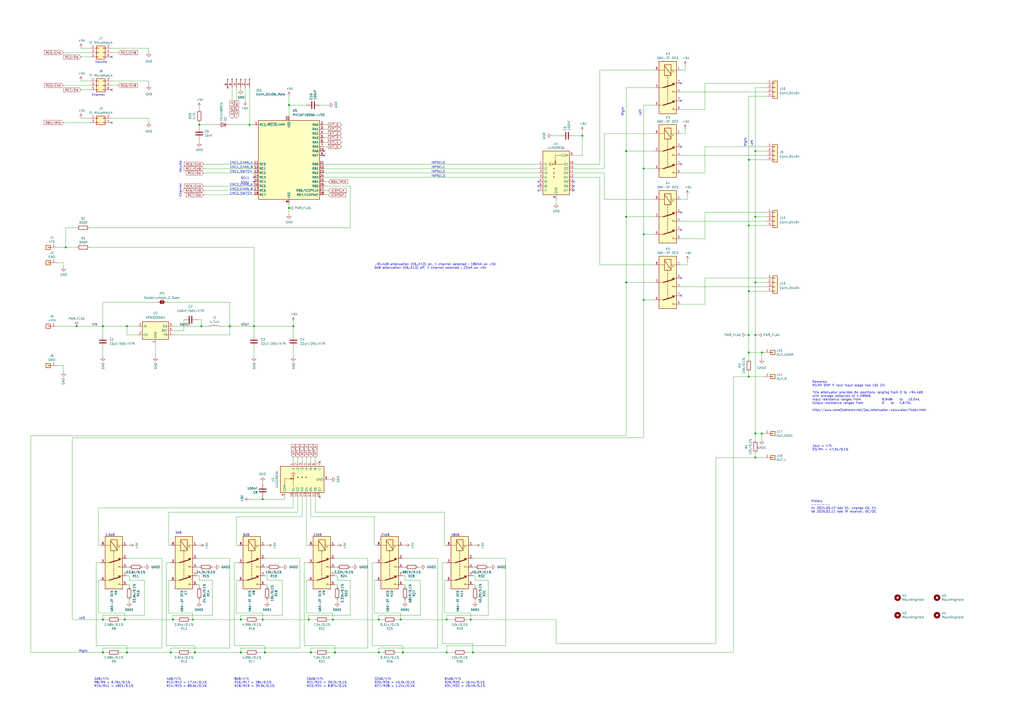
<source format=kicad_sch>
(kicad_sch (version 20250114) (generator "eeschema") (generator_version "9.0")
  (paper "A2")
  (title_block (title "Audio Input Selector with Attenuator 10k/47k") (date "2025-03-09") (rev "7") (comment 1 "https://github.com/schenkmi/electronic-projects"))
  (text "Right" (at 45.72 378.46 0) (effects (font (size 1.27 1.27)) (justify left bottom)))
  (text "6dB" (at 140.97 311.15 0) (effects (font (size 1.27 1.27)) (justify left bottom)))
  (text "24dB" (at 220.98 311.15 0) (effects (font (size 1.27 1.27)) (justify left bottom)))
  (text "32dB/47k\nR25/R26 = 45.3k/0.1%\nR27/R28 = 1.21k/0.1%" (at 217.17 398.78 0) (effects (font (size 1.27 1.27)) (justify left bottom)))
  (text "INPSEL3" (at 250.19 102.87 0) (effects (font (size 1.27 1.27)) (justify left bottom)))
  (text "SCL1" (at 139.7 104.14 0) (effects (font (size 1.27 1.27)) (justify left bottom)))
  (text "History\n-------\nV4 2024.05.12 Add D1, change C6, C4\nV6 2025.02.11 Add IR receiver, DC/DC" (at 470.408 293.878 0) (effects (font (size 1.27 1.27)) (justify left)))
  (text "ENC2_CHAN_A" (at 133.35 107.95 0) (effects (font (size 1.27 1.27)) (justify left bottom)))
  (text "Channel" (at 105.41 114.3 90) (effects (font (size 1.27 1.27)) (justify left bottom)))
  (text "8dB/47k\nR16/R17 = 28k/0.1%\nR18/R19 = 30.9k/0.1%" (at 135.89 398.78 0) (effects (font (size 1.27 1.27)) (justify left bottom)))
  (text "Left" (at 372.11 67.31 90) (effects (font (size 1.27 1.27)) (justify left bottom)))
  (text "3dB" (at 101.6 309.88 0) (effects (font (size 1.27 1.27)) (justify left bottom)))
  (text "ENC2_SWITCH" (at 133.35 113.03 0) (effects (font (size 1.27 1.27)) (justify left bottom)))
  (text "12dB" (at 181.61 311.15 0) (effects (font (size 1.27 1.27)) (justify left bottom)))
  (text "ENC1_SWITCH" (at 133.35 100.33 0) (effects (font (size 1.27 1.27)) (justify left bottom)))
  (text "SDA1" (at 139.7 106.68 0) (effects (font (size 1.27 1.27)) (justify left bottom)))
  (text "INPSEL0" (at 250.19 95.25 0) (effects (font (size 1.27 1.27)) (justify left bottom)))
  (text "ENC1_CHAN_A" (at 133.35 95.25 0) (effects (font (size 1.27 1.27)) (justify left bottom)))
  (text "2dB/47k\nR8/R9 = 9.76k/0.1%\nR10/R11 = 182k/0.1%" (at 54.61 398.78 0) (effects (font (size 1.27 1.27)) (justify left bottom)))
  (text "Right" (at 361.95 67.31 90) (effects (font (size 1.27 1.27)) (justify left bottom)))
  (text "16dB/47k\nR21/R22 = 39.2k/0.1%\nR23/R24 = 8.87k/0.1%" (at 177.8 398.78 0) (effects (font (size 1.27 1.27)) (justify left bottom)))
  (text "4dB/47k\nR12/R13 = 17.4k/0.1%\nR14/R15 = 80.6k/0.1%" (at 96.52 398.78 0) (effects (font (size 1.27 1.27)) (justify left bottom)))
  (text "64dB/47k\nR29/R30 = 46.4k/0.1%\nR31/R32 = 29.4R/0.1%" (at 257.81 398.78 0) (effects (font (size 1.27 1.27)) (justify left bottom)))
  (text "Remarks:\nR3,R4 DNP if next input stage has 10k Zin\n\nThis attenuator provides 64 positions ranging from 0 to -94.4dB\nwith average stepsizes of 1.499dB.\nInput resistance ranges from	9.948k	to	10.04k.\nOutput resistance ranges from	0	to	4.672k.\n\nhttp://www.vaneijndhoven.net/jos/attenuator-calculator/index.html\n" (at 471.17 238.76 0) (effects (font (size 1.27 1.27)) (justify left bottom)))
  (text "Right" (at 433.07 85.09 90) (effects (font (size 1.27 1.27)) (justify left bottom)))
  (text "Left" (at 436.88 85.09 90) (effects (font (size 1.27 1.27)) (justify left bottom)))
  (text "1.5dB" (at 60.96 311.15 0) (effects (font (size 1.27 1.27)) (justify left bottom)))
  (text "Left" (at 45.72 359.41 0) (effects (font (size 1.27 1.27)) (justify left bottom)))
  (text "Channel" (at 60.96 55.88 0) (effects (font (size 1.27 1.27)) (justify right bottom)))
  (text "ENC1_CHAN_B" (at 133.35 97.79 0) (effects (font (size 1.27 1.27)) (justify left bottom)))
  (text "48dB" (at 261.62 311.15 0) (effects (font (size 1.27 1.27)) (justify left bottom)))
  (text "Volume" (at 62.23 36.83 0) (effects (font (size 1.27 1.27)) (justify right bottom)))
  (text "-94.4dB attenuation (K6..K13) on, 1 channel selected : 180mA on +5V\n0dB attenuation (K6..K13) off, 1 channel selected : 22mA on +5V" (at 217.17 156.21 0) (effects (font (size 1.27 1.27)) (justify left bottom)))
  (text "ENC2_CHAN_B" (at 133.35 110.49 0) (effects (font (size 1.27 1.27)) (justify left bottom)))
  (text "INPSEL1" (at 250.19 97.79 0) (effects (font (size 1.27 1.27)) (justify left bottom)))
  (text "Volume" (at 105.41 100.33 90) (effects (font (size 1.27 1.27)) (justify left bottom)))
  (text "INPSEL2" (at 250.19 100.33 0) (effects (font (size 1.27 1.27)) (justify left bottom)))
  (text "Zout = 47k\nR3/R4 = 47.5k/0.1%" (at 471.17 261.62 0) (effects (font (size 1.27 1.27)) (justify left bottom)))
  (junction (at 438.15 87.63))
  (junction (at 438.15 125.73))
  (junction (at 434.34 218.44))
  (junction (at 434.34 194.31))
  (junction (at 139.7 359.41))
  (junction (at 167.64 60.96))
  (junction (at 153.67 378.46))
  (junction (at 233.68 378.46))
  (junction (at 144.78 72.39))
  (junction (at 139.7 378.46))
  (junction (at 438.15 265.43))
  (junction (at 152.4 289.56))
  (junction (at 113.03 378.46))
  (junction (at 373.38 173.99))
  (junction (at 232.41 359.41))
  (junction (at 116.84 189.23))
  (junction (at 179.07 359.41))
  (junction (at 363.22 163.83))
  (junction (at 44.45 189.23))
  (junction (at 59.69 378.46))
  (junction (at 72.39 359.41))
  (junction (at 147.32 189.23))
  (junction (at 259.08 359.41))
  (junction (at 259.08 378.46))
  (junction (at 438.15 163.83))
  (junction (at 434.34 92.71))
  (junction (at 152.4 359.41))
  (junction (at 99.06 378.46))
  (junction (at 441.96 204.47))
  (junction (at 59.69 189.23))
  (junction (at 434.34 204.47))
  (junction (at 167.64 120.65))
  (junction (at 363.22 87.63))
  (junction (at 100.33 359.41))
  (junction (at 170.18 189.23))
  (junction (at 194.31 378.46))
  (junction (at 111.76 359.41))
  (junction (at 273.05 359.41))
  (junction (at 73.66 378.46))
  (junction (at 193.04 359.41))
  (junction (at 434.34 130.81))
  (junction (at 363.22 125.73))
  (junction (at 38.1 143.51))
  (junction (at 441.96 251.46))
  (junction (at 373.38 97.79))
  (junction (at 438.15 251.46))
  (junction (at 373.38 135.89))
  (junction (at 59.69 359.41))
  (junction (at 180.34 378.46))
  (junction (at 337.82 78.74))
  (junction (at 115.57 72.39))
  (junction (at 219.71 359.41))
  (junction (at 274.32 378.46))
  (junction (at 438.15 194.31))
  (junction (at 73.66 189.23))
  (junction (at 434.34 168.91))
  (junction (at 133.35 189.23))
  (junction (at 219.71 378.46))
  (no_connect (at 312.42 107.95))
  (no_connect (at 187.96 87.63))
  (no_connect (at 187.96 90.17))
  (no_connect (at 394.97 133.35))
  (no_connect (at 394.97 171.45))
  (no_connect (at 64.77 33.02))
  (no_connect (at 332.74 107.95))
  (no_connect (at 64.77 52.07))
  (no_connect (at 394.97 48.26))
  (no_connect (at 185.42 288.29))
  (no_connect (at 394.97 58.42))
  (no_connect (at 147.32 105.41))
  (no_connect (at 147.32 102.87))
  (no_connect (at 312.42 110.49))
  (no_connect (at 332.74 110.49))
  (no_connect (at 394.97 85.09))
  (no_connect (at 394.97 95.25))
  (no_connect (at 332.74 105.41))
  (no_connect (at 394.97 161.29))
  (no_connect (at 185.42 267.97))
  (no_connect (at 312.42 105.41))
  (no_connect (at 394.97 123.19))
  (no_connect (at 132.08 50.8))
  (no_connect (at 64.77 71.12))
  (wire (pts (xy 73.66 328.93) (xy 74.93 328.93)))
  (wire (pts (xy 72.39 359.41) (xy 100.33 359.41)))
  (wire (pts (xy 147.32 189.23) (xy 170.18 189.23)))
  (wire (pts (xy 90.17 175.26) (xy 59.69 175.26)))
  (wire (pts (xy 72.39 355.6) (xy 72.39 359.41)))
  (wire (pts (xy 59.69 359.41) (xy 62.23 359.41)))
  (wire (pts (xy 180.34 265.43) (xy 180.34 267.97)))
  (wire (pts (xy 218.44 316.23) (xy 217.17 316.23)))
  (wire (pts (xy 190.5 378.46) (xy 194.31 378.46)))
  (wire (pts (xy 59.69 189.23) (xy 73.66 189.23)))
  (wire (pts (xy 187.96 102.87) (xy 312.42 102.87)))
  (wire (pts (xy 434.34 204.47) (xy 441.96 204.47)))
  (wire (pts (xy 139.7 375.92) (xy 139.7 378.46)))
  (wire (pts (xy 153.67 334.01) (xy 154.94 334.01)))
  (wire (pts (xy 434.34 218.44) (xy 443.23 218.44)))
  (wire (pts (xy 397.51 77.47) (xy 397.51 74.93)))
  (wire (pts (xy 233.68 378.46) (xy 259.08 378.46)))
  (wire (pts (xy 172.72 265.43) (xy 172.72 267.97)))
  (wire (pts (xy 177.8 60.96) (xy 167.64 60.96)))
  (wire (pts (xy 408.94 100.33) (xy 394.97 100.33)))
  (wire (pts (xy 363.22 125.73) (xy 363.22 87.63)))
  (wire (pts (xy 154.94 336.55) (xy 163.83 336.55)))
  (wire (pts (xy 213.36 323.85) (xy 213.36 375.92)))
  (wire (pts (xy 139.7 378.46) (xy 142.24 378.46)))
  (wire (pts (xy 434.34 55.88) (xy 434.34 92.71)))
  (wire (pts (xy 322.58 373.38) (xy 415.29 373.38)))
  (wire (pts (xy 55.88 326.39) (xy 55.88 374.65)))
  (wire (pts (xy 97.79 355.6) (xy 111.76 355.6)))
  (wire (pts (xy 438.15 194.31) (xy 438.15 251.46)))
  (wire (pts (xy 57.15 316.23) (xy 57.15 294.64)))
  (wire (pts (xy 86.36 27.94) (xy 86.36 30.48)))
  (wire (pts (xy 38.1 132.08) (xy 38.1 143.51)))
  (wire (pts (xy 73.66 374.65) (xy 73.66 378.46)))
  (wire (pts (xy 203.2 107.95) (xy 203.2 132.08)))
  (wire (pts (xy 149.86 359.41) (xy 152.4 359.41)))
  (wire (pts (xy 433.07 194.31) (xy 434.34 194.31)))
  (wire (pts (xy 73.66 194.31) (xy 73.66 189.23)))
  (wire (pts (xy 139.7 356.87) (xy 139.7 359.41)))
  (wire (pts (xy 123.19 328.93) (xy 124.46 328.93)))
  (wire (pts (xy 179.07 356.87) (xy 179.07 359.41)))
  (wire (pts (xy 217.17 316.23) (xy 217.17 299.72)))
  (wire (pts (xy 115.57 336.55) (xy 123.19 336.55)))
  (wire (pts (xy 215.9 374.65) (xy 233.68 374.65)))
  (wire (pts (xy 147.32 201.93) (xy 147.32 207.01)))
  (wire (pts (xy 293.37 374.65) (xy 259.08 374.65)))
  (wire (pts (xy 137.16 336.55) (xy 137.16 355.6)))
  (wire (pts (xy 274.32 373.38) (xy 274.32 378.46)))
  (wire (pts (xy 363.22 50.8) (xy 379.73 50.8)))
  (wire (pts (xy 408.94 85.09) (xy 408.94 100.33)))
  (wire (pts (xy 257.81 336.55) (xy 257.81 355.6)))
  (wire (pts (xy 434.34 204.47) (xy 434.34 208.28)))
  (wire (pts (xy 275.59 347.98) (xy 275.59 349.25)))
  (wire (pts (xy 444.5 161.29) (xy 408.94 161.29)))
  (wire (pts (xy 190.5 359.41) (xy 193.04 359.41)))
  (wire (pts (xy 373.38 173.99) (xy 373.38 135.89)))
  (wire (pts (xy 133.35 72.39) (xy 144.78 72.39)))
  (wire (pts (xy 270.51 378.46) (xy 274.32 378.46)))
  (wire (pts (xy 59.69 375.92) (xy 59.69 378.46)))
  (wire (pts (xy 332.74 95.25) (xy 347.98 95.25)))
  (wire (pts (xy 55.88 374.65) (xy 73.66 374.65)))
  (wire (pts (xy 170.18 265.43) (xy 170.18 267.97)))
  (wire (pts (xy 233.68 316.23) (xy 234.95 316.23)))
  (wire (pts (xy 93.98 375.92) (xy 59.69 375.92)))
  (wire (pts (xy 152.4 289.56) (xy 165.1 289.56)))
  (wire (pts (xy 96.52 374.65) (xy 113.03 374.65)))
  (wire (pts (xy 97.79 336.55) (xy 97.79 355.6)))
  (wire (pts (xy 116.84 185.42) (xy 116.84 189.23)))
  (wire (pts (xy 118.11 110.49) (xy 147.32 110.49)))
  (wire (pts (xy 213.36 375.92) (xy 180.34 375.92)))
  (wire (pts (xy 133.35 189.23) (xy 133.35 175.26)))
  (wire (pts (xy 59.69 356.87) (xy 59.69 359.41)))
  (wire (pts (xy 254 323.85) (xy 254 375.92)))
  (wire (pts (xy 97.79 316.23) (xy 99.06 316.23)))
  (wire (pts (xy 373.38 97.79) (xy 373.38 60.96)))
  (wire (pts (xy 332.74 90.17) (xy 337.82 90.17)))
  (wire (pts (xy 177.8 355.6) (xy 193.04 355.6)))
  (wire (pts (xy 408.94 138.43) (xy 394.97 138.43)))
  (wire (pts (xy 195.58 347.98) (xy 195.58 349.25)))
  (wire (pts (xy 425.45 218.44) (xy 425.45 378.46)))
  (wire (pts (xy 415.29 265.43) (xy 438.15 265.43)))
  (wire (pts (xy 74.93 336.55) (xy 83.82 336.55)))
  (wire (pts (xy 180.34 299.72) (xy 180.34 288.29)))
  (wire (pts (xy 83.82 336.55) (xy 83.82 356.87)))
  (wire (pts (xy 273.05 359.41) (xy 322.58 359.41)))
  (wire (pts (xy 187.96 95.25) (xy 312.42 95.25)))
  (wire (pts (xy 179.07 316.23) (xy 177.8 316.23)))
  (wire (pts (xy 444.5 163.83) (xy 438.15 163.83)))
  (wire (pts (xy 194.31 378.46) (xy 219.71 378.46)))
  (wire (pts (xy 17.78 252.73) (xy 363.22 252.73)))
  (wire (pts (xy 195.58 336.55) (xy 203.2 336.55)))
  (wire (pts (xy 363.22 125.73) (xy 379.73 125.73)))
  (wire (pts (xy 274.32 316.23) (xy 275.59 316.23)))
  (wire (pts (xy 441.96 251.46) (xy 441.96 255.27)))
  (wire (pts (xy 115.57 340.36) (xy 115.57 339.09)))
  (wire (pts (xy 137.16 50.8) (xy 137.16 58.42)))
  (wire (pts (xy 73.66 334.01) (xy 74.93 334.01)))
  (wire (pts (xy 59.69 175.26) (xy 59.69 189.23)))
  (wire (pts (xy 203.2 336.55) (xy 203.2 356.87)))
  (wire (pts (xy 257.81 316.23) (xy 257.81 297.18)))
  (wire (pts (xy 175.26 265.43) (xy 175.26 267.97)))
  (wire (pts (xy 138.43 326.39) (xy 135.89 326.39)))
  (wire (pts (xy 182.88 297.18) (xy 182.88 288.29)))
  (wire (pts (xy 147.32 143.51) (xy 147.32 189.23)))
  (wire (pts (xy 332.74 100.33) (xy 350.52 100.33)))
  (wire (pts (xy 38.1 143.51) (xy 44.45 143.51)))
  (wire (pts (xy 218.44 336.55) (xy 217.17 336.55)))
  (wire (pts (xy 219.71 359.41) (xy 222.25 359.41)))
  (wire (pts (xy 337.82 78.74) (xy 337.82 90.17)))
  (wire (pts (xy 154.94 340.36) (xy 154.94 339.09)))
  (wire (pts (xy 438.15 87.63) (xy 438.15 125.73)))
  (wire (pts (xy 175.26 299.72) (xy 137.16 299.72)))
  (wire (pts (xy 133.35 194.31) (xy 133.35 189.23)))
  (wire (pts (xy 111.76 355.6) (xy 111.76 359.41)))
  (wire (pts (xy 234.95 334.01) (xy 234.95 336.55)))
  (wire (pts (xy 153.67 378.46) (xy 180.34 378.46)))
  (wire (pts (xy 218.44 326.39) (xy 215.9 326.39)))
  (wire (pts (xy 110.49 359.41) (xy 111.76 359.41)))
  (wire (pts (xy 152.4 359.41) (xy 179.07 359.41)))
  (wire (pts (xy 74.93 334.01) (xy 74.93 336.55)))
  (wire (pts (xy 233.68 328.93) (xy 234.95 328.93)))
  (wire (pts (xy 347.98 102.87) (xy 347.98 153.67)))
  (wire (pts (xy 46.99 33.02) (xy 52.07 33.02)))
  (wire (pts (xy 69.85 359.41) (xy 72.39 359.41)))
  (wire (pts (xy 170.18 294.64) (xy 170.18 288.29)))
  (wire (pts (xy 259.08 374.65) (xy 259.08 378.46)))
  (wire (pts (xy 165.1 288.29) (xy 165.1 289.56)))
  (wire (pts (xy 441.96 251.46) (xy 443.23 251.46)))
  (wire (pts (xy 41.91 254) (xy 373.38 254)))
  (wire (pts (xy 444.5 166.37) (xy 394.97 166.37)))
  (wire (pts (xy 177.8 265.43) (xy 177.8 267.97)))
  (wire (pts (xy 59.69 201.93) (xy 59.69 207.01)))
  (wire (pts (xy 123.19 356.87) (xy 100.33 356.87)))
  (wire (pts (xy 152.4 355.6) (xy 152.4 359.41)))
  (wire (pts (xy 415.29 373.38) (xy 415.29 265.43)))
  (wire (pts (xy 434.34 215.9) (xy 434.34 218.44)))
  (wire (pts (xy 438.15 50.8) (xy 438.15 87.63)))
  (wire (pts (xy 74.93 347.98) (xy 74.93 349.25)))
  (wire (pts (xy 113.03 374.65) (xy 113.03 378.46)))
  (wire (pts (xy 177.8 316.23) (xy 177.8 288.29)))
  (wire (pts (xy 144.78 50.8) (xy 144.78 72.39)))
  (wire (pts (xy 275.59 339.09) (xy 274.32 339.09)))
  (wire (pts (xy 182.88 265.43) (xy 182.88 267.97)))
  (wire (pts (xy 100.33 191.77) (xy 106.68 191.77)))
  (wire (pts (xy 123.19 336.55) (xy 123.19 356.87)))
  (wire (pts (xy 114.3 334.01) (xy 115.57 334.01)))
  (wire (pts (xy 203.2 328.93) (xy 204.47 328.93)))
  (wire (pts (xy 187.96 82.55) (xy 190.5 82.55)))
  (wire (pts (xy 135.89 374.65) (xy 153.67 374.65)))
  (wire (pts (xy 153.67 316.23) (xy 154.94 316.23)))
  (wire (pts (xy 438.15 194.31) (xy 439.42 194.31)))
  (wire (pts (xy 350.52 115.57) (xy 379.73 115.57)))
  (wire (pts (xy 69.85 378.46) (xy 73.66 378.46)))
  (wire (pts (xy 46.99 68.58) (xy 52.07 68.58)))
  (wire (pts (xy 444.5 48.26) (xy 408.94 48.26)))
  (wire (pts (xy 114.3 185.42) (xy 116.84 185.42)))
  (wire (pts (xy 193.04 359.41) (xy 219.71 359.41)))
  (wire (pts (xy 73.66 378.46) (xy 99.06 378.46)))
  (wire (pts (xy 193.04 355.6) (xy 193.04 359.41)))
  (wire (pts (xy 64.77 49.53) (xy 68.58 49.53)))
  (wire (pts (xy 234.95 347.98) (xy 234.95 349.25)))
  (wire (pts (xy 275.59 334.01) (xy 275.59 336.55)))
  (wire (pts (xy 133.35 323.85) (xy 133.35 375.92)))
  (wire (pts (xy 153.67 323.85) (xy 173.99 323.85)))
  (wire (pts (xy 194.31 374.65) (xy 194.31 378.46)))
  (wire (pts (xy 59.69 189.23) (xy 59.69 194.31)))
  (wire (pts (xy 379.73 173.99) (xy 373.38 173.99)))
  (wire (pts (xy 194.31 316.23) (xy 195.58 316.23)))
  (wire (pts (xy 142.24 50.8) (xy 142.24 58.42)))
  (wire (pts (xy 59.69 378.46) (xy 62.23 378.46)))
  (wire (pts (xy 73.66 323.85) (xy 93.98 323.85)))
  (wire (pts (xy 438.15 262.89) (xy 438.15 265.43)))
  (wire (pts (xy 194.31 323.85) (xy 213.36 323.85)))
  (wire (pts (xy 203.2 356.87) (xy 179.07 356.87)))
  (wire (pts (xy 118.11 100.33) (xy 147.32 100.33)))
  (wire (pts (xy 163.83 356.87) (xy 139.7 356.87)))
  (wire (pts (xy 373.38 254) (xy 373.38 173.99)))
  (wire (pts (xy 259.08 326.39) (xy 256.54 326.39)))
  (wire (pts (xy 332.74 78.74) (xy 337.82 78.74)))
  (wire (pts (xy 149.86 378.46) (xy 153.67 378.46)))
  (wire (pts (xy 350.52 97.79) (xy 350.52 77.47)))
  (wire (pts (xy 441.96 204.47) (xy 443.23 204.47)))
  (wire (pts (xy 229.87 359.41) (xy 232.41 359.41)))
  (wire (pts (xy 100.33 356.87) (xy 100.33 359.41)))
  (wire (pts (xy 187.96 85.09) (xy 190.5 85.09)))
  (wire (pts (xy 154.94 347.98) (xy 154.94 349.25)))
  (wire (pts (xy 219.71 375.92) (xy 254 375.92)))
  (wire (pts (xy 96.52 326.39) (xy 96.52 374.65)))
  (wire (pts (xy 36.83 71.12) (xy 52.07 71.12)))
  (wire (pts (xy 394.97 77.47) (xy 397.51 77.47)))
  (wire (pts (xy 167.64 55.88) (xy 167.64 60.96)))
  (wire (pts (xy 74.93 340.36) (xy 74.93 339.09)))
  (wire (pts (xy 434.34 130.81) (xy 434.34 168.91)))
  (wire (pts (xy 274.32 334.01) (xy 275.59 334.01)))
  (wire (pts (xy 194.31 328.93) (xy 195.58 328.93)))
  (wire (pts (xy 187.96 80.01) (xy 190.5 80.01)))
  (wire (pts (xy 110.49 378.46) (xy 113.03 378.46)))
  (wire (pts (xy 170.18 194.31) (xy 170.18 189.23)))
  (wire (pts (xy 58.42 336.55) (xy 57.15 336.55)))
  (wire (pts (xy 33.02 143.51) (xy 38.1 143.51)))
  (wire (pts (xy 57.15 355.6) (xy 72.39 355.6)))
  (wire (pts (xy 257.81 355.6) (xy 273.05 355.6)))
  (wire (pts (xy 270.51 359.41) (xy 273.05 359.41)))
  (wire (pts (xy 115.57 72.39) (xy 115.57 71.12)))
  (wire (pts (xy 408.94 63.5) (xy 394.97 63.5)))
  (wire (pts (xy 444.5 128.27) (xy 394.97 128.27)))
  (wire (pts (xy 444.5 130.81) (xy 434.34 130.81)))
  (wire (pts (xy 106.68 191.77) (xy 106.68 185.42)))
  (wire (pts (xy 133.35 375.92) (xy 99.06 375.92)))
  (wire (pts (xy 274.32 378.46) (xy 425.45 378.46)))
  (wire (pts (xy 167.64 124.46) (xy 167.64 120.65)))
  (wire (pts (xy 133.35 189.23) (xy 128.27 189.23)))
  (wire (pts (xy 187.96 72.39) (xy 190.5 72.39)))
  (wire (pts (xy 64.77 68.58) (xy 86.36 68.58)))
  (wire (pts (xy 363.22 163.83) (xy 363.22 252.73)))
  (wire (pts (xy 36.83 154.94) (xy 36.83 152.4)))
  (wire (pts (xy 139.7 359.41) (xy 142.24 359.41)))
  (wire (pts (xy 176.53 326.39) (xy 176.53 374.65)))
  (wire (pts (xy 273.05 355.6) (xy 273.05 359.41)))
  (wire (pts (xy 144.78 72.39) (xy 147.32 72.39)))
  (wire (pts (xy 41.91 359.41) (xy 41.91 254)))
  (wire (pts (xy 64.77 46.99) (xy 86.36 46.99)))
  (wire (pts (xy 163.83 336.55) (xy 163.83 356.87)))
  (wire (pts (xy 408.94 176.53) (xy 394.97 176.53)))
  (wire (pts (xy 408.94 161.29) (xy 408.94 176.53)))
  (wire (pts (xy 99.06 326.39) (xy 96.52 326.39)))
  (wire (pts (xy 170.18 186.69) (xy 170.18 189.23)))
  (wire (pts (xy 398.78 115.57) (xy 398.78 113.03)))
  (wire (pts (xy 100.33 189.23) (xy 116.84 189.23)))
  (wire (pts (xy 332.74 97.79) (xy 350.52 97.79)))
  (wire (pts (xy 434.34 92.71) (xy 444.5 92.71)))
  (wire (pts (xy 243.84 356.87) (xy 219.71 356.87)))
  (wire (pts (xy 283.21 336.55) (xy 283.21 356.87)))
  (wire (pts (xy 170.18 201.93) (xy 170.18 207.01)))
  (wire (pts (xy 363.22 87.63) (xy 363.22 50.8)))
  (wire (pts (xy 408.94 48.26) (xy 408.94 63.5)))
  (wire (pts (xy 113.03 378.46) (xy 139.7 378.46)))
  (wire (pts (xy 133.35 189.23) (xy 147.32 189.23)))
  (wire (pts (xy 219.71 356.87) (xy 219.71 359.41)))
  (wire (pts (xy 332.74 102.87) (xy 347.98 102.87)))
  (wire (pts (xy 363.22 163.83) (xy 363.22 125.73)))
  (wire (pts (xy 425.45 218.44) (xy 434.34 218.44)))
  (wire (pts (xy 232.41 359.41) (xy 259.08 359.41)))
  (wire (pts (xy 394.97 40.64) (xy 397.51 40.64)))
  (wire (pts (xy 83.82 356.87) (xy 59.69 356.87)))
  (wire (pts (xy 259.08 356.87) (xy 259.08 359.41)))
  (wire (pts (xy 438.15 87.63) (xy 444.5 87.63)))
  (wire (pts (xy 187.96 100.33) (xy 312.42 100.33)))
  (wire (pts (xy 154.94 339.09) (xy 153.67 339.09)))
  (wire (pts (xy 379.73 163.83) (xy 363.22 163.83)))
  (wire (pts (xy 215.9 326.39) (xy 215.9 374.65)))
  (wire (pts (xy 115.57 334.01) (xy 115.57 336.55)))
  (wire (pts (xy 347.98 153.67) (xy 379.73 153.67)))
  (wire (pts (xy 256.54 326.39) (xy 256.54 373.38)))
  (wire (pts (xy 52.07 143.51) (xy 147.32 143.51)))
  (wire (pts (xy 187.96 97.79) (xy 312.42 97.79)))
  (wire (pts (xy 322.58 118.11) (xy 322.58 115.57)))
  (wire (pts (xy 187.96 113.03) (xy 190.5 113.03)))
  (wire (pts (xy 17.78 378.46) (xy 59.69 378.46)))
  (wire (pts (xy 137.16 355.6) (xy 152.4 355.6)))
  (wire (pts (xy 115.57 347.98) (xy 115.57 349.25)))
  (wire (pts (xy 167.64 120.65) (xy 167.64 118.11)))
  (wire (pts (xy 99.06 375.92) (xy 99.06 378.46)))
  (wire (pts (xy 176.53 374.65) (xy 194.31 374.65)))
  (wire (pts (xy 116.84 189.23) (xy 120.65 189.23)))
  (wire (pts (xy 179.07 336.55) (xy 177.8 336.55)))
  (wire (pts (xy 57.15 294.64) (xy 170.18 294.64)))
  (wire (pts (xy 293.37 323.85) (xy 293.37 374.65)))
  (wire (pts (xy 283.21 356.87) (xy 259.08 356.87)))
  (wire (pts (xy 80.01 194.31) (xy 73.66 194.31)))
  (wire (pts (xy 172.72 297.18) (xy 97.79 297.18)))
  (wire (pts (xy 187.96 105.41) (xy 190.5 105.41)))
  (wire (pts (xy 185.42 60.96) (xy 190.5 60.96)))
  (wire (pts (xy 82.55 328.93) (xy 83.82 328.93)))
  (wire (pts (xy 46.99 46.99) (xy 52.07 46.99)))
  (wire (pts (xy 234.95 340.36) (xy 234.95 339.09)))
  (wire (pts (xy 154.94 334.01) (xy 154.94 336.55)))
  (wire (pts (xy 373.38 135.89) (xy 373.38 97.79)))
  (wire (pts (xy 394.97 53.34) (xy 444.5 53.34)))
  (wire (pts (xy 179.07 359.41) (xy 182.88 359.41)))
  (wire (pts (xy 111.76 359.41) (xy 139.7 359.41)))
  (wire (pts (xy 187.96 107.95) (xy 203.2 107.95)))
  (wire (pts (xy 17.78 252.73) (xy 17.78 378.46)))
  (wire (pts (xy 133.35 175.26) (xy 97.79 175.26)))
  (wire (pts (xy 90.17 199.39) (xy 90.17 207.01)))
  (wire (pts (xy 259.08 378.46) (xy 262.89 378.46)))
  (wire (pts (xy 180.34 375.92) (xy 180.34 378.46)))
  (wire (pts (xy 320.04 78.74) (xy 325.12 78.74)))
  (wire (pts (xy 195.58 340.36) (xy 195.58 339.09)))
  (wire (pts (xy 137.16 299.72) (xy 137.16 316.23)))
  (wire (pts (xy 232.41 355.6) (xy 232.41 359.41)))
  (wire (pts (xy 394.97 115.57) (xy 398.78 115.57)))
  (wire (pts (xy 115.57 339.09) (xy 114.3 339.09)))
  (wire (pts (xy 233.68 334.01) (xy 234.95 334.01)))
  (wire (pts (xy 125.73 72.39) (xy 115.57 72.39)))
  (wire (pts (xy 114.3 323.85) (xy 133.35 323.85)))
  (wire (pts (xy 58.42 316.23) (xy 57.15 316.23)))
  (wire (pts (xy 243.84 336.55) (xy 243.84 356.87)))
  (wire (pts (xy 438.15 251.46) (xy 438.15 255.27)))
  (wire (pts (xy 190.5 278.13) (xy 191.77 278.13)))
  (wire (pts (xy 74.93 339.09) (xy 73.66 339.09)))
  (wire (pts (xy 438.15 163.83) (xy 438.15 194.31)))
  (wire (pts (xy 217.17 355.6) (xy 232.41 355.6)))
  (wire (pts (xy 322.58 359.41) (xy 322.58 373.38)))
  (wire (pts (xy 152.4 279.4) (xy 152.4 280.67)))
  (wire (pts (xy 100.33 194.31) (xy 133.35 194.31)))
  (wire (pts (xy 118.11 95.25) (xy 147.32 95.25)))
  (wire (pts (xy 115.57 73.66) (xy 115.57 72.39)))
  (wire (pts (xy 118.11 97.79) (xy 147.32 97.79)))
  (wire (pts (xy 373.38 60.96) (xy 379.73 60.96)))
  (wire (pts (xy 33.02 189.23) (xy 44.45 189.23)))
  (wire (pts (xy 152.4 288.29) (xy 152.4 289.56)))
  (wire (pts (xy 233.68 323.85) (xy 254 323.85)))
  (wire (pts (xy 363.22 87.63) (xy 379.73 87.63)))
  (wire (pts (xy 408.94 123.19) (xy 408.94 138.43)))
  (wire (pts (xy 187.96 110.49) (xy 190.5 110.49)))
  (wire (pts (xy 434.34 168.91) (xy 434.34 194.31)))
  (wire (pts (xy 441.96 204.47) (xy 441.96 208.28)))
  (wire (pts (xy 347.98 40.64) (xy 347.98 95.25)))
  (wire (pts (xy 219.71 378.46) (xy 219.71 375.92)))
  (wire (pts (xy 172.72 288.29) (xy 172.72 297.18)))
  (wire (pts (xy 242.57 328.93) (xy 243.84 328.93)))
  (wire (pts (xy 36.83 215.9) (xy 36.83 212.09)))
  (wire (pts (xy 64.77 27.94) (xy 86.36 27.94)))
  (wire (pts (xy 350.52 77.47) (xy 379.73 77.47)))
  (wire (pts (xy 398.78 153.67) (xy 398.78 151.13)))
  (wire (pts (xy 256.54 373.38) (xy 274.32 373.38)))
  (wire (pts (xy 187.96 74.93) (xy 190.5 74.93)))
  (wire (pts (xy 93.98 323.85) (xy 93.98 375.92)))
  (wire (pts (xy 175.26 288.29) (xy 175.26 299.72)))
  (wire (pts (xy 115.57 82.55) (xy 115.57 81.28)))
  (wire (pts (xy 217.17 299.72) (xy 180.34 299.72)))
  (wire (pts (xy 274.32 323.85) (xy 293.37 323.85)))
  (wire (pts (xy 144.78 289.56) (xy 152.4 289.56)))
  (wire (pts (xy 434.34 55.88) (xy 444.5 55.88)))
  (wire (pts (xy 58.42 326.39) (xy 55.88 326.39)))
  (wire (pts (xy 57.15 336.55) (xy 57.15 355.6)))
  (wire (pts (xy 337.82 76.2) (xy 337.82 78.74)))
  (wire (pts (xy 173.99 375.92) (xy 139.7 375.92)))
  (wire (pts (xy 234.95 336.55) (xy 243.84 336.55)))
  (wire (pts (xy 86.36 68.58) (xy 86.36 71.12)))
  (wire (pts (xy 259.08 336.55) (xy 257.81 336.55)))
  (wire (pts (xy 444.5 85.09) (xy 408.94 85.09)))
  (wire (pts (xy 177.8 336.55) (xy 177.8 355.6)))
  (wire (pts (xy 397.51 40.64) (xy 397.51 38.1)))
  (wire (pts (xy 434.34 168.91) (xy 444.5 168.91)))
  (wire (pts (xy 137.16 316.23) (xy 138.43 316.23)))
  (wire (pts (xy 118.11 113.03) (xy 147.32 113.03)))
  (wire (pts (xy 114.3 316.23) (xy 115.57 316.23)))
  (wire (pts (xy 73.66 316.23) (xy 74.93 316.23)))
  (wire (pts (xy 347.98 40.64) (xy 379.73 40.64)))
  (wire (pts (xy 234.95 339.09) (xy 233.68 339.09)))
  (wire (pts (xy 180.34 378.46) (xy 182.88 378.46)))
  (wire (pts (xy 373.38 135.89) (xy 379.73 135.89)))
  (wire (pts (xy 173.99 323.85) (xy 173.99 375.92)))
  (wire (pts (xy 195.58 334.01) (xy 195.58 336.55)))
  (wire (pts (xy 99.06 378.46) (xy 102.87 378.46)))
  (wire (pts (xy 434.34 92.71) (xy 434.34 130.81)))
  (wire (pts (xy 36.83 49.53) (xy 52.07 49.53)))
  (wire (pts (xy 138.43 336.55) (xy 137.16 336.55)))
  (wire (pts (xy 52.07 132.08) (xy 203.2 132.08)))
  (wire (pts (xy 179.07 326.39) (xy 176.53 326.39)))
  (wire (pts (xy 147.32 189.23) (xy 147.32 194.31)))
  (wire (pts (xy 99.06 336.55) (xy 97.79 336.55)))
  (wire (pts (xy 36.83 30.48) (xy 52.07 30.48)))
  (wire (pts (xy 438.15 251.46) (xy 441.96 251.46)))
  (wire (pts (xy 100.33 359.41) (xy 102.87 359.41)))
  (wire (pts (xy 373.38 97.79) (xy 379.73 97.79)))
  (wire (pts (xy 36.83 152.4) (xy 33.02 152.4)))
  (wire (pts (xy 118.11 107.95) (xy 147.32 107.95)))
  (wire (pts (xy 259.08 359.41) (xy 262.89 359.41)))
  (wire (pts (xy 114.3 328.93) (xy 115.57 328.93)))
  (wire (pts (xy 153.67 328.93) (xy 154.94 328.93)))
  (wire (pts (xy 97.79 297.18) (xy 97.79 316.23)))
  (wire (pts (xy 434.34 194.31) (xy 434.34 204.47)))
  (wire (pts (xy 274.32 328.93) (xy 275.59 328.93)))
  (wire (pts (xy 167.64 60.96) (xy 167.64 67.31)))
  (wire (pts (xy 444.5 123.19) (xy 408.94 123.19)))
  (wire (pts (xy 195.58 339.09) (xy 194.31 339.09)))
  (wire (pts (xy 217.17 336.55) (xy 217.17 355.6)))
  (wire (pts (xy 86.36 46.99) (xy 86.36 49.53)))
  (wire (pts (xy 44.45 132.08) (xy 38.1 132.08)))
  (wire (pts (xy 438.15 125.73) (xy 438.15 163.83)))
  (wire (pts (xy 73.66 189.23) (xy 80.01 189.23)))
  (wire (pts (xy 41.91 359.41) (xy 59.69 359.41)))
  (wire (pts (xy 187.96 77.47) (xy 190.5 77.47)))
  (wire (pts (xy 394.97 153.67) (xy 398.78 153.67)))
  (wire (pts (xy 444.5 50.8) (xy 438.15 50.8)))
  (wire (pts (xy 438.15 265.43) (xy 443.23 265.43)))
  (wire (pts (xy 350.52 100.33) (xy 350.52 115.57)))
  (wire (pts (xy 162.56 328.93) (xy 163.83 328.93)))
  (wire (pts (xy 275.59 340.36) (xy 275.59 339.09)))
  (wire (pts (xy 135.89 326.39) (xy 135.89 374.65)))
  (wire (pts (xy 444.5 90.17) (xy 394.97 90.17)))
  (wire (pts (xy 115.57 63.5) (xy 115.57 62.23)))
  (wire (pts (xy 33.02 212.09) (xy 36.83 212.09)))
  (wire (pts (xy 283.21 328.93) (xy 284.48 328.93)))
  (wire (pts (xy 219.71 378.46) (xy 222.25 378.46)))
  (wire (pts (xy 438.15 125.73) (xy 444.5 125.73)))
  (wire (pts (xy 257.81 297.18) (xy 182.88 297.18)))
  (wire (pts (xy 233.68 374.65) (xy 233.68 378.46)))
  (wire (pts (xy 194.31 334.01) (xy 195.58 334.01)))
  (wire (pts (xy 64.77 30.48) (xy 68.58 30.48)))
  (wire (pts (xy 46.99 52.07) (xy 52.07 52.07)))
  (wire (pts (xy 153.67 374.65) (xy 153.67 378.46)))
  (wire (pts (xy 229.87 378.46) (xy 233.68 378.46)))
  (wire (pts (xy 259.08 316.23) (xy 257.81 316.23)))
  (wire (pts (xy 46.99 27.94) (xy 52.07 27.94)))
  (wire (pts (xy 134.62 50.8) (xy 134.62 58.42)))
  (wire (pts (xy 139.7 50.8) (xy 139.7 52.07)))
  (wire (pts (xy 275.59 336.55) (xy 283.21 336.55)))
  (wire (pts (xy 44.45 189.23) (xy 59.69 189.23)))
  (label "VOUT" (at 139.7 189.23 0))
  (label "VIN" (at 53.34 189.23 0))
  (label "SWOUT" (at 104.14 189.23 0))
  (global_label "ATT_2" (shape input) (at 175.26 265.43 90) (property "Intersheetrefs" "${INTERSHEET_REFS}" (effects (hide yes))))
  (global_label "ATT_1" (shape input) (at 172.72 265.43 90) (property "Intersheetrefs" "${INTERSHEET_REFS}" (effects (hide yes))))
  (global_label "ICSPDAT" (shape output) (at 137.16 58.42 270) (property "Intersheetrefs" "${INTERSHEET_REFS}" (effects (hide yes))))
  (global_label "RC0{slash}CHA" (shape input) (at 36.83 30.48 180) (property "Intersheetrefs" "${INTERSHEET_REFS}" (effects (hide yes))))
  (global_label "RC2{slash}SW" (shape input) (at 118.11 100.33 180) (property "Intersheetrefs" "${INTERSHEET_REFS}" (effects (hide yes))))
  (global_label "ATT_0" (shape output) (at 190.5 72.39 0) (property "Intersheetrefs" "${INTERSHEET_REFS}" (effects (hide yes))))
  (global_label "RC7{slash}SW" (shape input) (at 46.99 52.07 180) (property "Intersheetrefs" "${INTERSHEET_REFS}" (effects (hide yes))))
  (global_label "ATT_3" (shape output) (at 190.5 80.01 0) (property "Intersheetrefs" "${INTERSHEET_REFS}" (effects (hide yes))))
  (global_label "RC6{slash}CHB" (shape input) (at 68.58 49.53 0) (property "Intersheetrefs" "${INTERSHEET_REFS}" (effects (hide yes))))
  (global_label "RC7{slash}SW" (shape input) (at 118.11 113.03 180) (property "Intersheetrefs" "${INTERSHEET_REFS}" (effects (hide yes))))
  (global_label "RC6{slash}CHB" (shape input) (at 118.11 110.49 180) (property "Intersheetrefs" "${INTERSHEET_REFS}" (effects (hide yes))))
  (global_label "RC5{slash}CHA" (shape input) (at 36.83 49.53 180) (property "Intersheetrefs" "${INTERSHEET_REFS}" (effects (hide yes))))
  (global_label "RB4{slash}IRIN" (shape input) (at 190.5 105.41 0) (property "Intersheetrefs" "${INTERSHEET_REFS}" (effects (hide yes))))
  (global_label "ATT_5" (shape output) (at 190.5 85.09 0) (property "Intersheetrefs" "${INTERSHEET_REFS}" (effects (hide yes))))
  (global_label "RC0{slash}CHA" (shape input) (at 118.11 95.25 180) (property "Intersheetrefs" "${INTERSHEET_REFS}" (effects (hide yes))))
  (global_label "ATT_0" (shape input) (at 170.18 265.43 90) (property "Intersheetrefs" "${INTERSHEET_REFS}" (effects (hide yes))))
  (global_label "ICSPDAT" (shape input) (at 190.5 113.03 0) (property "Intersheetrefs" "${INTERSHEET_REFS}" (effects (hide yes))))
  (global_label "ATT_5" (shape input) (at 182.88 265.43 90) (property "Intersheetrefs" "${INTERSHEET_REFS}" (effects (hide yes))))
  (global_label "ICSPCLK" (shape input) (at 190.5 110.49 0) (property "Intersheetrefs" "${INTERSHEET_REFS}" (effects (hide yes))))
  (global_label "ATT_4" (shape output) (at 190.5 82.55 0) (property "Intersheetrefs" "${INTERSHEET_REFS}" (effects (hide yes))))
  (global_label "RC2{slash}SW" (shape input) (at 46.99 33.02 180) (property "Intersheetrefs" "${INTERSHEET_REFS}" (effects (hide yes))))
  (global_label "ATT_1" (shape output) (at 190.5 74.93 0) (property "Intersheetrefs" "${INTERSHEET_REFS}" (effects (hide yes))))
  (global_label "RC1{slash}CHB" (shape input) (at 68.58 30.48 0) (property "Intersheetrefs" "${INTERSHEET_REFS}" (effects (hide yes))))
  (global_label "ATT_2" (shape output) (at 190.5 77.47 0) (property "Intersheetrefs" "${INTERSHEET_REFS}" (effects (hide yes))))
  (global_label "RC5{slash}CHA" (shape input) (at 118.11 107.95 180) (property "Intersheetrefs" "${INTERSHEET_REFS}" (effects (hide yes))))
  (global_label "ICSPCLK" (shape output) (at 134.62 58.42 270) (property "Intersheetrefs" "${INTERSHEET_REFS}" (effects (hide yes))))
  (global_label "ATT_3" (shape input) (at 177.8 265.43 90) (property "Intersheetrefs" "${INTERSHEET_REFS}" (effects (hide yes))))
  (global_label "RB4{slash}IRIN" (shape input) (at 36.83 71.12 180) (property "Intersheetrefs" "${INTERSHEET_REFS}" (effects (hide yes))))
  (global_label "RC1{slash}CHB" (shape input) (at 118.11 97.79 180) (property "Intersheetrefs" "${INTERSHEET_REFS}" (effects (hide yes))))
  (global_label "ATT_4" (shape input) (at 180.34 265.43 90) (property "Intersheetrefs" "${INTERSHEET_REFS}" (effects (hide yes))))
  (symbol (lib_id "Mechanical:MountingHole") (at 520.7 346.71 0) (unit 1)
    (property "Reference" "H1" (at 523.24 345.5416 0) (effects (justify left)))
    (property "Value" "MountingHole" (at 523.24 347.853 0) (effects (justify left)))
    (property "Footprint" "MountingHole:MountingHole_3.2mm_M3_Pad_Via" (effects (hide yes)))
    (property "Description" "Mounting Hole without connection" (effects (hide yes)))
  )
  (symbol (lib_id "Mechanical:MountingHole") (at 543.56 346.71 0) (unit 1)
    (property "Reference" "H3" (at 546.1 345.5416 0) (effects (justify left)))
    (property "Value" "MountingHole" (at 546.1 347.853 0) (effects (justify left)))
    (property "Footprint" "MountingHole:MountingHole_3.2mm_M3" (effects (hide yes)))
    (property "Description" "Mounting Hole without connection" (effects (hide yes)))
  )
  (symbol (lib_id "Mechanical:MountingHole") (at 520.7 356.87 0) (unit 1)
    (property "Reference" "H2" (at 523.24 355.7016 0) (effects (justify left)))
    (property "Value" "MountingHole" (at 523.24 358.013 0) (effects (justify left)))
    (property "Footprint" "MountingHole:MountingHole_3.2mm_M3" (effects (hide yes)))
    (property "Description" "Mounting Hole without connection" (effects (hide yes)))
  )
  (symbol (lib_id "Mechanical:MountingHole") (at 543.56 356.87 0) (unit 1)
    (property "Reference" "H4" (at 546.1 355.7016 0) (effects (justify left)))
    (property "Value" "MountingHole" (at 546.1 358.013 0) (effects (justify left)))
    (property "Footprint" "MountingHole:MountingHole_3.2mm_M3_Pad_Via" (effects (hide yes)))
    (property "Description" "Mounting Hole without connection" (effects (hide yes)))
  )
  (symbol (lib_id "Relay:G6K-2") (at 387.35 50.8 270) (unit 1)
    (property "Reference" "K2" (at 387.35 31.3182 90))
    (property "Value" "G6K-2F DC5" (at 387.35 33.6296 90))
    (property "Footprint" "Relay_SMD:Relay_DPDT_Omron_G6K-2F" (effects (hide yes)))
    (property "Datasheet" "http://omronfs.omron.com/en_US/ecb/products/pdf/en-g6k.pdf" (effects (hide yes)))
    (property "Description" "Miniature 2-pole relay, Single-side Stable" (effects (hide yes)))
  )
  (symbol (lib_id "Transistor_Array:ULN2003A") (at 322.58 100.33 0) (unit 1)
    (property "Reference" "U4" (at 322.58 83.3882 0))
    (property "Value" "ULN2003A" (at 322.58 85.6996 0))
    (property "Footprint" "Package_SO:SOIC-16_3.9x9.9mm_P1.27mm" (effects (hide yes)))
    (property "Datasheet" "http://www.ti.com/lit/ds/symlink/uln2003a.pdf" (effects (hide yes)))
    (property "Description" "High Voltage, High Current Darlington Transistor Arrays, SOIC16/SOIC16W/DIP16/TSSOP16" (effects (hide yes)))
  )
  (symbol (lib_id "Device:R") (at 48.26 143.51 270) (unit 1)
    (property "Reference" "R2" (at 48.26 138.2522 90))
    (property "Value" "330R" (at 48.26 140.5636 90))
    (property "Footprint" "Resistor_SMD:R_0805_2012Metric_Pad1.20x1.40mm_HandSolder" (effects (hide yes)))
    (property "Description" "Resistor" (effects (hide yes)))
  )
  (symbol (lib_id "Relay:G6K-2") (at 387.35 87.63 270) (unit 1)
    (property "Reference" "K3" (at 387.35 68.1482 90))
    (property "Value" "G6K-2F DC5" (at 387.35 70.4596 90))
    (property "Footprint" "Relay_SMD:Relay_DPDT_Omron_G6K-2F" (effects (hide yes)))
    (property "Datasheet" "http://omronfs.omron.com/en_US/ecb/products/pdf/en-g6k.pdf" (effects (hide yes)))
    (property "Description" "Miniature 2-pole relay, Single-side Stable" (effects (hide yes)))
  )
  (symbol (lib_id "Relay:G6K-2") (at 387.35 125.73 270) (unit 1)
    (property "Reference" "K4" (at 387.35 106.2482 90))
    (property "Value" "G6K-2F DC5" (at 387.35 108.5596 90))
    (property "Footprint" "Relay_SMD:Relay_DPDT_Omron_G6K-2F" (effects (hide yes)))
    (property "Datasheet" "http://omronfs.omron.com/en_US/ecb/products/pdf/en-g6k.pdf" (effects (hide yes)))
    (property "Description" "Miniature 2-pole relay, Single-side Stable" (effects (hide yes)))
  )
  (symbol (lib_id "Relay:G6K-2") (at 387.35 163.83 270) (unit 1)
    (property "Reference" "K5" (at 387.35 144.3482 90))
    (property "Value" "G6K-2F DC5" (at 387.35 146.6596 90))
    (property "Footprint" "Relay_SMD:Relay_DPDT_Omron_G6K-2F" (effects (hide yes)))
    (property "Datasheet" "http://omronfs.omron.com/en_US/ecb/products/pdf/en-g6k.pdf" (effects (hide yes)))
    (property "Description" "Miniature 2-pole relay, Single-side Stable" (effects (hide yes)))
  )
  (symbol (lib_id "Connector_Generic:Conn_01x01") (at 27.94 212.09 180) (unit 1)
    (property "Reference" "J6" (at 30.0228 206.375 0))
    (property "Value" "GND" (at 30.0228 208.6864 0))
    (property "Footprint" "Connector_Pin:Pin_D1.0mm_L10.0mm" (effects (hide yes)))
    (property "Description" "Generic connector, single row, 01x01, script generated (kicad-library-utils/schlib/autogen/connector/)" (effects (hide yes)))
  )
  (symbol (lib_id "Connector_Generic:Conn_01x01") (at 27.94 189.23 180) (unit 1)
    (property "Reference" "J5" (at 30.0228 183.515 0))
    (property "Value" "+VIN" (at 30.0228 185.8264 0))
    (property "Footprint" "Connector_Pin:Pin_D1.0mm_L10.0mm" (effects (hide yes)))
    (property "Description" "Generic connector, single row, 01x01, script generated (kicad-library-utils/schlib/autogen/connector/)" (effects (hide yes)))
  )
  (symbol (lib_id "Device:R") (at 48.26 132.08 270) (unit 1)
    (property "Reference" "R1" (at 48.26 126.8222 90))
    (property "Value" "330R" (at 48.26 129.1336 90))
    (property "Footprint" "Resistor_SMD:R_0805_2012Metric_Pad1.20x1.40mm_HandSolder" (effects (hide yes)))
    (property "Description" "Resistor" (effects (hide yes)))
  )
  (symbol (lib_id "Connector_Generic:Conn_01x01") (at 27.94 152.4 180) (unit 1)
    (property "Reference" "J2" (at 30.0228 146.685 0))
    (property "Value" "GND" (at 30.0228 148.9964 0))
    (property "Footprint" "Connector_Pin:Pin_D1.0mm_L10.0mm" (effects (hide yes)))
    (property "Description" "Generic connector, single row, 01x01, script generated (kicad-library-utils/schlib/autogen/connector/)" (effects (hide yes)))
  )
  (symbol (lib_id "Connector_Generic:Conn_01x01") (at 27.94 143.51 180) (unit 1)
    (property "Reference" "J1" (at 30.0228 137.795 0))
    (property "Value" "LED" (at 30.0228 140.1064 0))
    (property "Footprint" "Connector_Pin:Pin_D1.0mm_L10.0mm" (effects (hide yes)))
    (property "Description" "Generic connector, single row, 01x01, script generated (kicad-library-utils/schlib/autogen/connector/)" (effects (hide yes)))
  )
  (symbol (lib_id "power:GND") (at 36.83 154.94 0) (unit 1)
    (property "Reference" "#PWR0109" (effects (hide yes)))
    (property "Value" "GND" (at 36.957 159.3342 0))
    (property "Description" "Power symbol creates a global label with name \"GND\" , ground" (effects (hide yes)))
  )
  (symbol (lib_id "power:+5V") (at 337.82 76.2 0) (unit 1)
    (property "Reference" "#PWR0110" (effects (hide yes)))
    (property "Value" "+5V" (at 338.201 71.8058 0))
    (property "Description" "Power symbol creates a global label with name \"+5V\"" (effects (hide yes)))
  )
  (symbol (lib_id "power:+5V") (at 397.51 38.1 0) (unit 1)
    (property "Reference" "#PWR0111" (effects (hide yes)))
    (property "Value" "+5V" (at 397.891 33.7058 0))
    (property "Description" "Power symbol creates a global label with name \"+5V\"" (effects (hide yes)))
  )
  (symbol (lib_id "power:+5V") (at 397.51 74.93 0) (unit 1)
    (property "Reference" "#PWR0112" (effects (hide yes)))
    (property "Value" "+5V" (at 397.891 70.5358 0))
    (property "Description" "Power symbol creates a global label with name \"+5V\"" (effects (hide yes)))
  )
  (symbol (lib_id "Device:C") (at 328.93 78.74 90) (unit 1)
    (property "Reference" "C5" (at 327.7616 75.819 0) (effects (justify left)))
    (property "Value" "100nF" (at 330.073 75.819 0) (effects (justify left)))
    (property "Footprint" "Capacitor_SMD:C_0805_2012Metric_Pad1.18x1.45mm_HandSolder" (effects (hide yes)))
    (property "Description" "Unpolarized capacitor" (effects (hide yes)))
  )
  (symbol (lib_id "Connector_Generic:Conn_01x01") (at 448.31 218.44 0) (unit 1)
    (property "Reference" "J14" (at 450.342 217.3732 0) (effects (justify left)))
    (property "Value" "OUT_R" (at 450.342 219.6846 0) (effects (justify left)))
    (property "Footprint" "Connector_Pin:Pin_D1.0mm_L10.0mm" (effects (hide yes)))
    (property "Description" "Generic connector, single row, 01x01, script generated (kicad-library-utils/schlib/autogen/connector/)" (effects (hide yes)))
  )
  (symbol (lib_id "Connector_Generic:Conn_01x01") (at 448.31 204.47 0) (unit 1)
    (property "Reference" "J15" (at 450.342 203.4032 0) (effects (justify left)))
    (property "Value" "OUT_GNDR" (at 450.342 205.7146 0) (effects (justify left)))
    (property "Footprint" "Connector_Pin:Pin_D1.0mm_L10.0mm" (effects (hide yes)))
    (property "Description" "Generic connector, single row, 01x01, script generated (kicad-library-utils/schlib/autogen/connector/)" (effects (hide yes)))
  )
  (symbol (lib_id "Connector_Generic:Conn_01x01") (at 448.31 265.43 0) (unit 1)
    (property "Reference" "J16" (at 450.342 264.3632 0) (effects (justify left)))
    (property "Value" "OUT_L" (at 450.342 266.6746 0) (effects (justify left)))
    (property "Footprint" "Connector_Pin:Pin_D1.0mm_L10.0mm" (effects (hide yes)))
    (property "Description" "Generic connector, single row, 01x01, script generated (kicad-library-utils/schlib/autogen/connector/)" (effects (hide yes)))
  )
  (symbol (lib_id "Connector_Generic:Conn_01x01") (at 448.31 251.46 0) (unit 1)
    (property "Reference" "J17" (at 450.342 250.3932 0) (effects (justify left)))
    (property "Value" "OUT_GNDL" (at 450.342 252.7046 0) (effects (justify left)))
    (property "Footprint" "Connector_Pin:Pin_D1.0mm_L10.0mm" (effects (hide yes)))
    (property "Description" "Generic connector, single row, 01x01, script generated (kicad-library-utils/schlib/autogen/connector/)" (effects (hide yes)))
  )
  (symbol (lib_id "power:+5V") (at 398.78 113.03 0) (unit 1)
    (property "Reference" "#PWR0113" (effects (hide yes)))
    (property "Value" "+5V" (at 399.161 108.6358 0))
    (property "Description" "Power symbol creates a global label with name \"+5V\"" (effects (hide yes)))
  )
  (symbol (lib_id "power:+5V") (at 398.78 151.13 0) (unit 1)
    (property "Reference" "#PWR0114" (effects (hide yes)))
    (property "Value" "+5V" (at 399.161 146.7358 0))
    (property "Description" "Power symbol creates a global label with name \"+5V\"" (effects (hide yes)))
  )
  (symbol (lib_id "power:GND") (at 320.04 78.74 270) (unit 1)
    (property "Reference" "#PWR0116" (effects (hide yes)))
    (property "Value" "GND" (at 315.6458 78.867 0))
    (property "Description" "Power symbol creates a global label with name \"GND\" , ground" (effects (hide yes)))
  )
  (symbol (lib_id "power:GND") (at 322.58 118.11 0) (unit 1)
    (property "Reference" "#PWR0119" (effects (hide yes)))
    (property "Value" "GND" (at 322.707 122.5042 0))
    (property "Description" "Power symbol creates a global label with name \"GND\" , ground" (effects (hide yes)))
  )
  (symbol (lib_id "power:+5V") (at 154.94 316.23 270) (unit 1)
    (property "Reference" "#PWR0133" (effects (hide yes)))
    (property "Value" "+5V" (at 159.3342 316.611 0))
    (property "Description" "Power symbol creates a global label with name \"+5V\"" (effects (hide yes)))
  )
  (symbol (lib_id "Device:C") (at 170.18 198.12 0) (unit 1)
    (property "Reference" "C4" (at 173.9876 196.8499 0) (effects (justify left)))
    (property "Value" "22uF/25V/X7R" (at 173.9876 199.3899 0) (effects (justify left)))
    (property "Footprint" "Capacitor_SMD:C_1210_3225Metric_Pad1.33x2.70mm_HandSolder" (effects (hide yes)))
    (property "Description" "Unpolarized capacitor" (effects (hide yes)))
  )
  (symbol (lib_id "power:GND") (at 191.77 278.13 90) (unit 1)
    (property "Reference" "#PWR0136" (effects (hide yes)))
    (property "Value" "GND" (at 196.1642 278.003 0))
    (property "Description" "Power symbol creates a global label with name \"GND\" , ground" (effects (hide yes)))
  )
  (symbol (lib_id "power:+5V") (at 234.95 316.23 270) (unit 1)
    (property "Reference" "#PWR0139" (effects (hide yes)))
    (property "Value" "+5V" (at 239.3442 316.611 0))
    (property "Description" "Power symbol creates a global label with name \"+5V\"" (effects (hide yes)))
  )
  (symbol (lib_id "power:+5V") (at 170.18 186.69 0) (unit 1)
    (property "Reference" "#PWR09" (effects (hide yes)))
    (property "Value" "+5V" (at 170.561 182.2958 0))
    (property "Description" "Power symbol creates a global label with name \"+5V\"" (effects (hide yes)))
  )
  (symbol (lib_id "Device:R") (at 266.7 359.41 90) (unit 1)
    (property "Reference" "R29" (at 266.7 364.6678 90))
    (property "Value" "10k/0.1%" (at 266.7 362.3564 90))
    (property "Footprint" "Resistor_SMD:R_0805_2012Metric_Pad1.20x1.40mm_HandSolder" (effects (hide yes)))
    (property "Description" "Resistor" (effects (hide yes)))
  )
  (symbol (lib_id "Device:R") (at 266.7 378.46 90) (unit 1)
    (property "Reference" "R30" (at 266.7 383.7178 90))
    (property "Value" "10k/0.1%" (at 266.7 381.4064 90))
    (property "Footprint" "Resistor_SMD:R_0805_2012Metric_Pad1.20x1.40mm_HandSolder" (effects (hide yes)))
    (property "Description" "Resistor" (effects (hide yes)))
  )
  (symbol (lib_id "power:+5V") (at 46.99 68.58 0) (unit 1)
    (property "Reference" "#PWR012" (effects (hide yes)))
    (property "Value" "+5V" (at 47.371 64.1858 0))
    (property "Description" "Power symbol creates a global label with name \"+5V\"" (effects (hide yes)))
  )
  (symbol (lib_id "Connector_Generic:Conn_01x04") (at 449.58 163.83 0) (unit 1)
    (property "Reference" "J13" (at 452.12 164.465 0) (effects (justify left)))
    (property "Value" "Conn_01x04" (at 452.12 167.005 0) (effects (justify left)))
    (property "Footprint" "Connector_Hirose:Hirose_DF13-04P-1.25DSA_1x04_P1.25mm_Vertical" (effects (hide yes)))
    (property "Description" "Generic connector, single row, 01x04, script generated (kicad-library-utils/schlib/autogen/connector/)" (effects (hide yes)))
  )
  (symbol (lib_id "Device:R") (at 279.4 328.93 90) (unit 1)
    (property "Reference" "R32" (at 279.4 334.1878 90))
    (property "Value" "40.2R/0.1%" (at 279.4 331.8764 90))
    (property "Footprint" "Resistor_SMD:R_0805_2012Metric_Pad1.20x1.40mm_HandSolder" (effects (hide yes)))
    (property "Description" "Resistor" (effects (hide yes)))
  )
  (symbol (lib_id "Device:R") (at 74.93 344.17 180) (unit 1)
    (property "Reference" "R10" (at 80.1878 344.17 90))
    (property "Value" "53.6k/0.1%" (at 77.8764 344.17 90))
    (property "Footprint" "Resistor_SMD:R_0805_2012Metric_Pad1.20x1.40mm_HandSolder" (effects (hide yes)))
    (property "Description" "Resistor" (effects (hide yes)))
  )
  (symbol (lib_id "Connector:Conn_01x06_Male") (at 139.7 45.72 270) (unit 1)
    (property "Reference" "J11" (at 148.4376 52.3748 90) (effects (justify left)))
    (property "Value" "Conn_01x06_Male" (at 148.4376 54.6862 90) (effects (justify left)))
    (property "Footprint" "Connector_PinHeader_2.54mm:PinHeader_1x06_P2.54mm_Vertical" (effects (hide yes)))
  )
  (symbol (lib_id "Device:R") (at 106.68 378.46 90) (unit 1)
    (property "Reference" "R13" (at 106.68 383.7178 90))
    (property "Value" "2.94k/0.1%" (at 106.68 381.4064 90))
    (property "Footprint" "Resistor_SMD:R_0805_2012Metric_Pad1.20x1.40mm_HandSolder" (effects (hide yes)))
    (property "Description" "Resistor" (effects (hide yes)))
  )
  (symbol (lib_id "Device:R") (at 66.04 359.41 90) (unit 1)
    (property "Reference" "R8" (at 66.04 364.6678 90))
    (property "Value" "1.58k/0.1%" (at 66.04 362.3564 90))
    (property "Footprint" "Resistor_SMD:R_0805_2012Metric_Pad1.20x1.40mm_HandSolder" (effects (hide yes)))
    (property "Description" "Resistor" (effects (hide yes)))
  )
  (symbol (lib_id "Device:R") (at 146.05 359.41 90) (unit 1)
    (property "Reference" "R16" (at 146.05 364.6678 90))
    (property "Value" "4.99k/0.1%" (at 146.05 362.3564 90))
    (property "Footprint" "Resistor_SMD:R_0805_2012Metric_Pad1.20x1.40mm_HandSolder" (effects (hide yes)))
    (property "Description" "Resistor" (effects (hide yes)))
  )
  (symbol (lib_id "Device:R") (at 226.06 359.41 90) (unit 1)
    (property "Reference" "R25" (at 226.06 364.6678 90))
    (property "Value" "9.31k/0.1%" (at 226.06 362.3564 90))
    (property "Footprint" "Resistor_SMD:R_0805_2012Metric_Pad1.20x1.40mm_HandSolder" (effects (hide yes)))
    (property "Description" "Resistor" (effects (hide yes)))
  )
  (symbol (lib_id "Connector_Generic:Conn_02x03_Odd_Even") (at 57.15 49.53 0) (unit 1)
    (property "Reference" "J8" (at 58.42 41.275 0))
    (property "Value" "TE MicroMatch" (at 58.42 43.815 0))
    (property "Footprint" "Connector_TE-Connectivity:TE_Micro-MaTch_215079-6_2x03_P1.27mm_Vertical" (effects (hide yes)))
    (property "Description" "Generic connector, double row, 02x03, odd/even pin numbering scheme (row 1 odd numbers, row 2 even numbers), script generated (kicad-library-utils/schlib/autogen/connector/)" (effects (hide yes)))
  )
  (symbol (lib_id "power:GND") (at 190.5 60.96 90) (unit 1)
    (property "Reference" "#PWR0155" (effects (hide yes)))
    (property "Value" "GND" (at 194.8942 60.833 0))
    (property "Description" "Power symbol creates a global label with name \"GND\" , ground" (effects (hide yes)))
  )
  (symbol (lib_id "power:GND") (at 36.83 215.9 0) (mirror y) (unit 1)
    (property "Reference" "#PWR05" (effects (hide yes)))
    (property "Value" "GND" (at 36.703 219.1512 90) (effects (justify right)))
  )
  (symbol (lib_id "Regulator_Switching:AP63205WU") (at 90.17 191.77 0) (unit 1)
    (property "Reference" "U2" (at 90.17 181.61 0))
    (property "Value" "AP63205WU" (at 90.17 184.15 0))
    (property "Footprint" "Package_TO_SOT_SMD:TSOT-23-6" (effects (hide yes)))
    (property "Datasheet" "https://www.diodes.com/assets/Datasheets/AP63200-AP63201-AP63203-AP63205.pdf" (effects (hide yes)))
    (property "Description" "2A, 1.1MHz Buck DC/DC Converter, fixed 5.0V output voltage, TSOT-23-6" (effects (hide yes)))
  )
  (symbol (lib_id "Device:C") (at 59.69 198.12 0) (unit 1)
    (property "Reference" "C1" (at 63.5 196.8499 0) (effects (justify left)))
    (property "Value" "10uF/50V/X7R" (at 63.5 199.3899 0) (effects (justify left)))
    (property "Footprint" "Capacitor_SMD:C_1206_3216Metric_Pad1.33x1.80mm_HandSolder" (effects (hide yes)))
    (property "Description" "Unpolarized capacitor" (effects (hide yes)))
  )
  (symbol (lib_id "Device:R") (at 195.58 344.17 180) (unit 1)
    (property "Reference" "R23" (at 200.8378 344.17 90))
    (property "Value" "3.32k/0.1%" (at 198.5264 344.17 90))
    (property "Footprint" "Resistor_SMD:R_0805_2012Metric_Pad1.20x1.40mm_HandSolder" (effects (hide yes)))
    (property "Description" "Resistor" (effects (hide yes)))
  )
  (symbol (lib_id "Device:R") (at 275.59 344.17 180) (unit 1)
    (property "Reference" "R31" (at 280.8478 344.17 90))
    (property "Value" "40.2R/0.1%" (at 278.5364 344.17 90))
    (property "Footprint" "Resistor_SMD:R_0805_2012Metric_Pad1.20x1.40mm_HandSolder" (effects (hide yes)))
    (property "Description" "Resistor" (effects (hide yes)))
  )
  (symbol (lib_id "power:GND") (at 167.64 124.46 0) (unit 1)
    (property "Reference" "#PWR0156" (effects (hide yes)))
    (property "Value" "GND" (at 167.767 128.8542 0))
    (property "Description" "Power symbol creates a global label with name \"GND\" , ground" (effects (hide yes)))
  )
  (symbol (lib_id "power:+5V") (at 74.93 316.23 270) (unit 1)
    (property "Reference" "#PWR0124" (effects (hide yes)))
    (property "Value" "+5V" (at 79.3242 316.611 0))
    (property "Description" "Power symbol creates a global label with name \"+5V\"" (effects (hide yes)))
  )
  (symbol (lib_id "power:GND2") (at 83.82 328.93 90) (unit 1)
    (property "Reference" "#PWR0129" (effects (hide yes)))
    (property "Value" "GND2" (at 87.63 328.9299 90) (effects (justify right)))
    (property "Description" "Power symbol creates a global label with name \"GND2\" , ground" (effects (hide yes)))
  )
  (symbol (lib_id "power:PWR_FLAG") (at 44.45 189.23 0) (unit 1)
    (property "Reference" "#FLG01" (effects (hide yes)))
    (property "Value" "PWR_FLAG" (at 44.45 184.8358 0))
  )
  (symbol (lib_id "Connector_Generic:Conn_01x04") (at 449.58 125.73 0) (unit 1)
    (property "Reference" "J12" (at 452.12 126.365 0) (effects (justify left)))
    (property "Value" "Conn_01x04" (at 452.12 128.905 0) (effects (justify left)))
    (property "Footprint" "Connector_Hirose:Hirose_DF13-04P-1.25DSA_1x04_P1.25mm_Vertical" (effects (hide yes)))
    (property "Description" "Generic connector, single row, 01x04, script generated (kicad-library-utils/schlib/autogen/connector/)" (effects (hide yes)))
  )
  (symbol (lib_id "Device:R") (at 66.04 378.46 90) (unit 1)
    (property "Reference" "R9" (at 66.04 383.7178 90))
    (property "Value" "1.58k/0.1%" (at 66.04 381.4064 90))
    (property "Footprint" "Resistor_SMD:R_0805_2012Metric_Pad1.20x1.40mm_HandSolder" (effects (hide yes)))
    (property "Description" "Resistor" (effects (hide yes)))
  )
  (symbol (lib_id "Device:C") (at 110.49 185.42 270) (unit 1)
    (property "Reference" "C2" (at 110.49 177.8 90))
    (property "Value" "100nF/50V/X7R" (at 110.49 180.34 90))
    (property "Footprint" "Capacitor_SMD:C_0603_1608Metric_Pad1.08x0.95mm_HandSolder" (effects (hide yes)))
    (property "Description" "Unpolarized capacitor" (effects (hide yes)))
  )
  (symbol (lib_id "Device:R") (at 434.34 212.09 0) (unit 1)
    (property "Reference" "R3" (at 429.0822 212.09 90))
    (property "Value" "10k/0.1%" (at 431.3936 212.09 90))
    (property "Footprint" "Resistor_SMD:R_0805_2012Metric_Pad1.20x1.40mm_HandSolder" (effects (hide yes)))
    (property "Description" "Resistor" (effects (hide yes)))
  )
  (symbol (lib_id "Device:R") (at 199.39 328.93 90) (unit 1)
    (property "Reference" "R24" (at 199.39 334.1878 90))
    (property "Value" "3.32k/0.1%" (at 199.39 331.8764 90))
    (property "Footprint" "Resistor_SMD:R_0805_2012Metric_Pad1.20x1.40mm_HandSolder" (effects (hide yes)))
    (property "Description" "Resistor" (effects (hide yes)))
  )
  (symbol (lib_id "power:+5V") (at 115.57 62.23 0) (unit 1)
    (property "Reference" "#PWR0153" (effects (hide yes)))
    (property "Value" "+5V" (at 115.951 57.8358 0))
    (property "Description" "Power symbol creates a global label with name \"+5V\"" (effects (hide yes)))
  )
  (symbol (lib_id "power:+5V") (at 46.99 27.94 0) (unit 1)
    (property "Reference" "#PWR04" (effects (hide yes)))
    (property "Value" "+5V" (at 47.371 23.5458 0))
    (property "Description" "Power symbol creates a global label with name \"+5V\"" (effects (hide yes)))
  )
  (symbol (lib_id "Device:R") (at 78.74 328.93 90) (unit 1)
    (property "Reference" "R11" (at 78.74 334.1878 90))
    (property "Value" "53.6k/0.1%" (at 78.74 331.8764 90))
    (property "Footprint" "Resistor_SMD:R_0805_2012Metric_Pad1.20x1.40mm_HandSolder" (effects (hide yes)))
    (property "Description" "Resistor" (effects (hide yes)))
  )
  (symbol (lib_id "Device:C") (at 181.61 60.96 90) (unit 1)
    (property "Reference" "C10" (at 180.4416 58.039 0) (effects (justify left)))
    (property "Value" "100nF" (at 182.753 58.039 0) (effects (justify left)))
    (property "Footprint" "Capacitor_SMD:C_0805_2012Metric_Pad1.18x1.45mm_HandSolder" (effects (hide yes)))
    (property "Description" "Unpolarized capacitor" (effects (hide yes)))
  )
  (symbol (lib_id "Connector_Generic:Conn_02x02_Odd_Even") (at 57.15 68.58 0) (unit 1)
    (property "Reference" "J3" (at 58.42 62.865 0))
    (property "Value" "TE MicroMatch" (at 58.42 65.405 0))
    (property "Footprint" "Connector_TE-Connectivity:TE_Micro-MaTch_215079-4_2x02_P1.27mm_Vertical" (effects (hide yes)))
    (property "Description" "Generic connector, double row, 02x02, odd/even pin numbering scheme (row 1 odd numbers, row 2 even numbers), script generated (kicad-library-utils/schlib/autogen/connector/)" (effects (hide yes)))
  )
  (symbol (lib_id "Diode:1N4148W") (at 129.54 72.39 0) (mirror y) (unit 1)
    (property "Reference" "D1" (at 130.7084 70.358 90) (effects (justify left)))
    (property "Value" "TS4148RCG" (at 128.397 70.358 90) (effects (justify left)))
    (property "Footprint" "Diode_SMD:D_0603_1608Metric_Pad1.05x0.95mm_HandSolder" (effects (hide yes)))
    (property "Description" "75V 0.1A Fast Switching Diode, 0603" (effects (hide yes)))
    (property "Sim.Device" "D" (effects (hide yes)))
    (property "Sim.Pins" "1=K 2=A" (effects (hide yes)))
  )
  (symbol (lib_id "Device:R") (at 238.76 328.93 90) (unit 1)
    (property "Reference" "R28" (at 238.76 334.1878 90))
    (property "Value" "681R/0.1%" (at 238.76 331.8764 90))
    (property "Footprint" "Resistor_SMD:R_0805_2012Metric_Pad1.20x1.40mm_HandSolder" (effects (hide yes)))
    (property "Description" "Resistor" (effects (hide yes)))
  )
  (symbol (lib_id "power:PWR_FLAG") (at 439.42 194.31 270) (unit 1)
    (property "Reference" "#FLG0102" (effects (hide yes)))
    (property "Value" "PWR_FLAG" (at 442.6712 194.31 90) (effects (justify left)))
    (property "Description" "Special symbol for telling ERC where power comes from" (effects (hide yes)))
  )
  (symbol (lib_id "power:GND") (at 86.36 71.12 0) (unit 1)
    (property "Reference" "#PWR011" (effects (hide yes)))
    (property "Value" "GND" (at 86.36 76.2 0))
    (property "Description" "Power symbol creates a global label with name \"GND\" , ground" (effects (hide yes)))
  )
  (symbol (lib_id "Device:R") (at 438.15 259.08 0) (unit 1)
    (property "Reference" "R4" (at 432.8922 259.08 90))
    (property "Value" "10k/0.1%" (at 435.2036 259.08 90))
    (property "Footprint" "Resistor_SMD:R_0805_2012Metric_Pad1.20x1.40mm_HandSolder" (effects (hide yes)))
    (property "Description" "Resistor" (effects (hide yes)))
  )
  (symbol (lib_id "power:GND") (at 170.18 207.01 0) (unit 1)
    (property "Reference" "#PWR010" (effects (hide yes)))
    (property "Value" "GND" (at 170.307 210.2612 90) (effects (justify right)))
  )
  (symbol (lib_id "Connector_Generic:Conn_01x04") (at 449.58 50.8 0) (unit 1)
    (property "Reference" "J10" (at 452.12 51.435 0) (effects (justify left)))
    (property "Value" "Conn_01x04" (at 452.12 53.975 0) (effects (justify left)))
    (property "Footprint" "Connector_Hirose:Hirose_DF13-04P-1.25DSA_1x04_P1.25mm_Vertical" (effects (hide yes)))
    (property "Description" "Generic connector, single row, 01x04, script generated (kicad-library-utils/schlib/autogen/connector/)" (effects (hide yes)))
  )
  (symbol (lib_id "Device:C") (at 152.4 284.48 180) (unit 1)
    (property "Reference" "C8" (at 149.479 285.6484 0) (effects (justify left)))
    (property "Value" "100nF" (at 149.479 283.337 0) (effects (justify left)))
    (property "Footprint" "Capacitor_SMD:C_0805_2012Metric_Pad1.18x1.45mm_HandSolder" (effects (hide yes)))
    (property "Description" "Unpolarized capacitor" (effects (hide yes)))
  )
  (symbol (lib_id "power:+5V") (at 46.99 46.99 0) (unit 1)
    (property "Reference" "#PWR03" (effects (hide yes)))
    (property "Value" "+5V" (at 47.371 42.5958 0))
    (property "Description" "Power symbol creates a global label with name \"+5V\"" (effects (hide yes)))
  )
  (symbol (lib_id "power:+5V") (at 142.24 58.42 180) (unit 1)
    (property "Reference" "#PWR0154" (effects (hide yes)))
    (property "Value" "+5V" (at 141.859 62.8142 0))
    (property "Description" "Power symbol creates a global label with name \"+5V\"" (effects (hide yes)))
  )
  (symbol (lib_id "Relay:G6K-2") (at 66.04 326.39 270) (unit 1)
    (property "Reference" "K6" (at 67.2084 342.392 0) (effects (justify left)))
    (property "Value" "G6K-2F DC5" (at 64.897 342.392 0) (effects (justify left)))
    (property "Footprint" "Relay_SMD:Relay_DPDT_Omron_G6K-2F" (effects (hide yes)))
    (property "Datasheet" "http://omronfs.omron.com/en_US/ecb/products/pdf/en-g6k.pdf" (effects (hide yes)))
    (property "Description" "Miniature 2-pole relay, Single-side Stable" (effects (hide yes)))
  )
  (symbol (lib_id "power:GND2") (at 441.96 208.28 0) (unit 1)
    (property "Reference" "#PWR0102" (effects (hide yes)))
    (property "Value" "GND2" (at 441.96 213.36 0))
    (property "Description" "Power symbol creates a global label with name \"GND2\" , ground" (effects (hide yes)))
  )
  (symbol (lib_id "power:GND2") (at 163.83 328.93 90) (unit 1)
    (property "Reference" "#PWR0140" (effects (hide yes)))
    (property "Value" "GND2" (at 167.64 328.9299 90) (effects (justify right)))
    (property "Description" "Power symbol creates a global label with name \"GND2\" , ground" (effects (hide yes)))
  )
  (symbol (lib_id "Device:R") (at 154.94 344.17 180) (unit 1)
    (property "Reference" "R18" (at 160.1978 344.17 90))
    (property "Value" "10k/0.1%" (at 157.8864 344.17 90))
    (property "Footprint" "Resistor_SMD:R_0805_2012Metric_Pad1.20x1.40mm_HandSolder" (effects (hide yes)))
    (property "Description" "Resistor" (effects (hide yes)))
  )
  (symbol (lib_id "power:GND2") (at 204.47 328.93 90) (unit 1)
    (property "Reference" "#PWR0122" (effects (hide yes)))
    (property "Value" "GND2" (at 208.28 328.9299 90) (effects (justify right)))
    (property "Description" "Power symbol creates a global label with name \"GND2\" , ground" (effects (hide yes)))
  )
  (symbol (lib_id "power:GND") (at 86.36 49.53 0) (unit 1)
    (property "Reference" "#PWR02" (effects (hide yes)))
    (property "Value" "GND" (at 86.36 54.61 0))
    (property "Description" "Power symbol creates a global label with name \"GND\" , ground" (effects (hide yes)))
  )
  (symbol (lib_id "power:GND1") (at 234.95 349.25 0) (unit 1)
    (property "Reference" "#PWR0117" (effects (hide yes)))
    (property "Value" "GND1" (at 234.95 353.695 0))
    (property "Description" "Power symbol creates a global label with name \"GND1\" , ground" (effects (hide yes)))
  )
  (symbol (lib_id "Device:C") (at 115.57 77.47 0) (unit 1)
    (property "Reference" "C9" (at 118.491 76.3016 0) (effects (justify left)))
    (property "Value" "10nF" (at 118.491 78.613 0) (effects (justify left)))
    (property "Footprint" "Capacitor_SMD:C_0805_2012Metric_Pad1.18x1.45mm_HandSolder" (effects (hide yes)))
    (property "Description" "Unpolarized capacitor" (effects (hide yes)))
  )
  (symbol (lib_id "power:GND1") (at 441.96 255.27 0) (unit 1)
    (property "Reference" "#PWR0103" (effects (hide yes)))
    (property "Value" "GND1" (at 441.96 259.715 0))
    (property "Description" "Power symbol creates a global label with name \"GND1\" , ground" (effects (hide yes)))
  )
  (symbol (lib_id "Device:R") (at 115.57 67.31 0) (unit 1)
    (property "Reference" "R20" (at 110.3122 67.31 90))
    (property "Value" "4.7k" (at 112.6236 67.31 90))
    (property "Footprint" "Resistor_SMD:R_0805_2012Metric_Pad1.20x1.40mm_HandSolder" (effects (hide yes)))
    (property "Description" "Resistor" (effects (hide yes)))
  )
  (symbol (lib_id "power:PWR_FLAG") (at 433.07 194.31 90) (unit 1)
    (property "Reference" "#FLG0104" (effects (hide yes)))
    (property "Value" "PWR_FLAG" (at 429.8188 194.31 90) (effects (justify left)))
    (property "Description" "Special symbol for telling ERC where power comes from" (effects (hide yes)))
  )
  (symbol (lib_id "Device:R") (at 146.05 378.46 90) (unit 1)
    (property "Reference" "R17" (at 146.05 383.7178 90))
    (property "Value" "4.99k/0.1%" (at 146.05 381.4064 90))
    (property "Footprint" "Resistor_SMD:R_0805_2012Metric_Pad1.20x1.40mm_HandSolder" (effects (hide yes)))
    (property "Description" "Resistor" (effects (hide yes)))
  )
  (symbol (lib_id "power:GND") (at 115.57 82.55 0) (unit 1)
    (property "Reference" "#PWR0152" (effects (hide yes)))
    (property "Value" "GND" (at 115.697 86.9442 0))
    (property "Description" "Power symbol creates a global label with name \"GND\" , ground" (effects (hide yes)))
  )
  (symbol (lib_id "power:GND") (at 90.17 207.01 0) (unit 1)
    (property "Reference" "#PWR07" (effects (hide yes)))
    (property "Value" "GND" (at 90.297 210.2612 90) (effects (justify right)))
  )
  (symbol (lib_id "power:GND") (at 139.7 52.07 0) (unit 1)
    (property "Reference" "#PWR0151" (effects (hide yes)))
    (property "Value" "GND" (at 139.827 56.4642 0))
    (property "Description" "Power symbol creates a global label with name \"GND\" , ground" (effects (hide yes)))
  )
  (symbol (lib_id "power:GND1") (at 195.58 349.25 0) (unit 1)
    (property "Reference" "#PWR0123" (effects (hide yes)))
    (property "Value" "GND1" (at 195.58 353.695 0))
    (property "Description" "Power symbol creates a global label with name \"GND1\" , ground" (effects (hide yes)))
  )
  (symbol (lib_id "power:+5V") (at 195.58 316.23 270) (unit 1)
    (property "Reference" "#PWR0135" (effects (hide yes)))
    (property "Value" "+5V" (at 199.9742 316.611 0))
    (property "Description" "Power symbol creates a global label with name \"+5V\"" (effects (hide yes)))
  )
  (symbol (lib_id "Device:R") (at 186.69 359.41 90) (unit 1)
    (property "Reference" "R21" (at 186.69 364.6678 90))
    (property "Value" "7.5k/0.1%" (at 186.69 362.3564 90))
    (property "Footprint" "Resistor_SMD:R_0805_2012Metric_Pad1.20x1.40mm_HandSolder" (effects (hide yes)))
    (property "Description" "Resistor" (effects (hide yes)))
  )
  (symbol (lib_id "power:GND1") (at 115.57 349.25 0) (unit 1)
    (property "Reference" "#PWR0138" (effects (hide yes)))
    (property "Value" "GND1" (at 115.57 353.695 0))
    (property "Description" "Power symbol creates a global label with name \"GND1\" , ground" (effects (hide yes)))
  )
  (symbol (lib_id "Relay:G6K-2") (at 106.68 326.39 270) (unit 1)
    (property "Reference" "K7" (at 107.8484 342.392 0) (effects (justify left)))
    (property "Value" "G6K-2F DC5" (at 105.537 342.392 0) (effects (justify left)))
    (property "Footprint" "Relay_SMD:Relay_DPDT_Omron_G6K-2F" (effects (hide yes)))
    (property "Datasheet" "http://omronfs.omron.com/en_US/ecb/products/pdf/en-g6k.pdf" (effects (hide yes)))
    (property "Description" "Miniature 2-pole relay, Single-side Stable" (effects (hide yes)))
  )
  (symbol (lib_id "power:GND1") (at 154.94 349.25 0) (unit 1)
    (property "Reference" "#PWR0134" (effects (hide yes)))
    (property "Value" "GND1" (at 154.94 353.695 0))
    (property "Description" "Power symbol creates a global label with name \"GND1\" , ground" (effects (hide yes)))
  )
  (symbol (lib_id "Device:R") (at 186.69 378.46 90) (unit 1)
    (property "Reference" "R22" (at 186.69 383.7178 90))
    (property "Value" "7.5k/0.1%" (at 186.69 381.4064 90))
    (property "Footprint" "Resistor_SMD:R_0805_2012Metric_Pad1.20x1.40mm_HandSolder" (effects (hide yes)))
    (property "Description" "Resistor" (effects (hide yes)))
  )
  (symbol (lib_id "power:GND2") (at 243.84 328.93 90) (unit 1)
    (property "Reference" "#PWR0118" (effects (hide yes)))
    (property "Value" "GND2" (at 247.65 328.9299 90) (effects (justify right)))
    (property "Description" "Power symbol creates a global label with name \"GND2\" , ground" (effects (hide yes)))
  )
  (symbol (lib_id "power:+5V") (at 115.57 316.23 270) (unit 1)
    (property "Reference" "#PWR0125" (effects (hide yes)))
    (property "Value" "+5V" (at 119.9642 316.611 0))
    (property "Description" "Power symbol creates a global label with name \"+5V\"" (effects (hide yes)))
  )
  (symbol (lib_id "power:GND2") (at 124.46 328.93 90) (unit 1)
    (property "Reference" "#PWR0132" (effects (hide yes)))
    (property "Value" "GND2" (at 128.27 328.9299 90) (effects (justify right)))
    (property "Description" "Power symbol creates a global label with name \"GND2\" , ground" (effects (hide yes)))
  )
  (symbol (lib_id "power:GND2") (at 284.48 328.93 90) (unit 1)
    (property "Reference" "#PWR0115" (effects (hide yes)))
    (property "Value" "GND2" (at 288.29 328.9299 90) (effects (justify right)))
    (property "Description" "Power symbol creates a global label with name \"GND2\" , ground" (effects (hide yes)))
  )
  (symbol (lib_id "Relay:G6K-2") (at 266.7 326.39 270) (unit 1)
    (property "Reference" "K11" (at 267.8684 342.392 0) (effects (justify left)))
    (property "Value" "G6K-2F DC5" (at 265.557 342.392 0) (effects (justify left)))
    (property "Footprint" "Relay_SMD:Relay_DPDT_Omron_G6K-2F" (effects (hide yes)))
    (property "Datasheet" "http://omronfs.omron.com/en_US/ecb/products/pdf/en-g6k.pdf" (effects (hide yes)))
    (property "Description" "Miniature 2-pole relay, Single-side Stable" (effects (hide yes)))
  )
  (symbol (lib_id "power:+5V") (at 167.64 55.88 0) (unit 1)
    (property "Reference" "#PWR0150" (effects (hide yes)))
    (property "Value" "+5V" (at 168.021 51.4858 0))
    (property "Description" "Power symbol creates a global label with name \"+5V\"" (effects (hide yes)))
  )
  (symbol (lib_id "Relay:G6K-2") (at 146.05 326.39 270) (unit 1)
    (property "Reference" "K8" (at 147.2184 342.392 0) (effects (justify left)))
    (property "Value" "G6K-2F DC5" (at 144.907 342.392 0) (effects (justify left)))
    (property "Footprint" "Relay_SMD:Relay_DPDT_Omron_G6K-2F" (effects (hide yes)))
    (property "Datasheet" "http://omronfs.omron.com/en_US/ecb/products/pdf/en-g6k.pdf" (effects (hide yes)))
    (property "Description" "Miniature 2-pole relay, Single-side Stable" (effects (hide yes)))
  )
  (symbol (lib_id "Relay:G6K-2") (at 186.69 326.39 270) (unit 1)
    (property "Reference" "K9" (at 187.8584 342.392 0) (effects (justify left)))
    (property "Value" "G6K-2F DC5" (at 185.547 342.392 0) (effects (justify left)))
    (property "Footprint" "Relay_SMD:Relay_DPDT_Omron_G6K-2F" (effects (hide yes)))
    (property "Datasheet" "http://omronfs.omron.com/en_US/ecb/products/pdf/en-g6k.pdf" (effects (hide yes)))
    (property "Description" "Miniature 2-pole relay, Single-side Stable" (effects (hide yes)))
  )
  (symbol (lib_id "Device:R") (at 234.95 344.17 180) (unit 1)
    (property "Reference" "R27" (at 240.2078 344.17 90))
    (property "Value" "681R/0.1%" (at 237.8964 344.17 90))
    (property "Footprint" "Resistor_SMD:R_0805_2012Metric_Pad1.20x1.40mm_HandSolder" (effects (hide yes)))
    (property "Description" "Resistor" (effects (hide yes)))
  )
  (symbol (lib_id "Jumper:SolderJumper_2_Open") (at 93.98 175.26 0) (unit 1)
    (property "Reference" "JP1" (at 93.98 170.18 0))
    (property "Value" "SolderJumper_2_Open" (at 93.98 172.72 0))
    (property "Footprint" "Jumper:SolderJumper-2_P1.3mm_Open_Pad1.0x1.5mm" (effects (hide yes)))
    (property "Description" "Solder Jumper, 2-pole, open" (effects (hide yes)))
  )
  (symbol (lib_id "Relay:G6K-2") (at 226.06 326.39 270) (unit 1)
    (property "Reference" "K10" (at 227.2284 342.392 0) (effects (justify left)))
    (property "Value" "G6K-2F DC5" (at 224.917 342.392 0) (effects (justify left)))
    (property "Footprint" "Relay_SMD:Relay_DPDT_Omron_G6K-2F" (effects (hide yes)))
    (property "Datasheet" "http://omronfs.omron.com/en_US/ecb/products/pdf/en-g6k.pdf" (effects (hide yes)))
    (property "Description" "Miniature 2-pole relay, Single-side Stable" (effects (hide yes)))
  )
  (symbol (lib_id "power:GND") (at 59.69 207.01 0) (unit 1)
    (property "Reference" "#PWR06" (effects (hide yes)))
    (property "Value" "GND" (at 59.817 210.2612 90) (effects (justify right)))
  )
  (symbol (lib_id "power:+5V") (at 275.59 316.23 270) (unit 1)
    (property "Reference" "#PWR0149" (effects (hide yes)))
    (property "Value" "+5V" (at 279.9842 316.611 0))
    (property "Description" "Power symbol creates a global label with name \"+5V\"" (effects (hide yes)))
  )
  (symbol (lib_id "Device:R") (at 119.38 328.93 90) (unit 1)
    (property "Reference" "R15" (at 119.38 334.1878 90))
    (property "Value" "24.3k/0.1%" (at 119.38 331.8764 90))
    (property "Footprint" "Resistor_SMD:R_0805_2012Metric_Pad1.20x1.40mm_HandSolder" (effects (hide yes)))
    (property "Description" "Resistor" (effects (hide yes)))
  )
  (symbol (lib_id "kicad-snk:PIC16F18056-I/SS") (at 167.64 92.71 0) (unit 1)
    (property "Reference" "U5" (at 169.6594 64.135 0) (effects (justify left)))
    (property "Value" "PIC16F18056-I/SS" (at 169.6594 66.675 0) (effects (justify left)))
    (property "Footprint" "Package_SO:SSOP-28_5.3x10.2mm_P0.65mm" (effects (hide yes)))
    (property "Datasheet" "https://ww1.microchip.com/downloads/aemDocuments/documents/MCU08/ProductDocuments/DataSheets/PIC16F18056-76-28-40-Pin-Microcontroller-Data-Sheet-40002325B.pdf" (effects (hide yes)))
  )
  (symbol (lib_id "power:GND") (at 86.36 30.48 0) (unit 1)
    (property "Reference" "#PWR01" (effects (hide yes)))
    (property "Value" "GND" (at 86.36 35.56 0))
    (property "Description" "Power symbol creates a global label with name \"GND\" , ground" (effects (hide yes)))
  )
  (symbol (lib_id "power:GND1") (at 275.59 349.25 0) (unit 1)
    (property "Reference" "#PWR0105" (effects (hide yes)))
    (property "Value" "GND1" (at 275.59 353.695 0))
    (property "Description" "Power symbol creates a global label with name \"GND1\" , ground" (effects (hide yes)))
  )
  (symbol (lib_id "power:PWR_FLAG") (at 167.64 120.65 270) (unit 1)
    (property "Reference" "#FLG0103" (effects (hide yes)))
    (property "Value" "PWR_FLAG" (at 170.8912 120.65 90) (effects (justify left)))
    (property "Description" "Special symbol for telling ERC where power comes from" (effects (hide yes)))
  )
  (symbol (lib_id "Device:R") (at 226.06 378.46 90) (unit 1)
    (property "Reference" "R26" (at 226.06 383.7178 90))
    (property "Value" "9.31k/0.1%" (at 226.06 381.4064 90))
    (property "Footprint" "Resistor_SMD:R_0805_2012Metric_Pad1.20x1.40mm_HandSolder" (effects (hide yes)))
    (property "Description" "Resistor" (effects (hide yes)))
  )
  (symbol (lib_id "Device:R") (at 158.75 328.93 90) (unit 1)
    (property "Reference" "R19" (at 158.75 334.1878 90))
    (property "Value" "10k/0.1%" (at 158.75 331.8764 90))
    (property "Footprint" "Resistor_SMD:R_0805_2012Metric_Pad1.20x1.40mm_HandSolder" (effects (hide yes)))
    (property "Description" "Resistor" (effects (hide yes)))
  )
  (symbol (lib_id "power:GND") (at 152.4 279.4 180) (unit 1)
    (property "Reference" "#PWR0137" (effects (hide yes)))
    (property "Value" "GND" (at 152.273 275.0058 0))
    (property "Description" "Power symbol creates a global label with name \"GND\" , ground" (effects (hide yes)))
  )
  (symbol (lib_id "power:GND") (at 147.32 207.01 0) (unit 1)
    (property "Reference" "#PWR08" (effects (hide yes)))
    (property "Value" "GND" (at 147.447 210.2612 90) (effects (justify right)))
  )
  (symbol (lib_id "Device:R") (at 106.68 359.41 90) (unit 1)
    (property "Reference" "R12" (at 106.68 364.6678 90))
    (property "Value" "2.94k/0.1%" (at 106.68 362.3564 90))
    (property "Footprint" "Resistor_SMD:R_0805_2012Metric_Pad1.20x1.40mm_HandSolder" (effects (hide yes)))
    (property "Description" "Resistor" (effects (hide yes)))
  )
  (symbol (lib_id "Connector_Generic:Conn_01x04") (at 449.58 87.63 0) (unit 1)
    (property "Reference" "J9" (at 452.12 88.265 0) (effects (justify left)))
    (property "Value" "Conn_01x04" (at 452.12 90.805 0) (effects (justify left)))
    (property "Footprint" "Connector_Hirose:Hirose_DF13-04P-1.25DSA_1x04_P1.25mm_Vertical" (effects (hide yes)))
    (property "Description" "Generic connector, single row, 01x04, script generated (kicad-library-utils/schlib/autogen/connector/)" (effects (hide yes)))
  )
  (symbol (lib_id "Device:L") (at 124.46 189.23 90) (unit 1)
    (property "Reference" "L1" (at 124.46 184.15 90))
    (property "Value" "4.7uH" (at 124.46 186.69 90))
    (property "Footprint" "Inductor_SMD:L_Bourns-SRN6028" (effects (hide yes)))
    (property "Description" "Inductor" (effects (hide yes)))
  )
  (symbol (lib_id "Device:C") (at 147.32 198.12 0) (unit 1)
    (property "Reference" "C3" (at 151.1276 196.8499 0) (effects (justify left)))
    (property "Value" "22uF/25V/X7R" (at 151.1276 199.3899 0) (effects (justify left)))
    (property "Footprint" "Capacitor_SMD:C_1210_3225Metric_Pad1.33x2.70mm_HandSolder" (effects (hide yes)))
    (property "Description" "Unpolarized capacitor" (effects (hide yes)))
  )
  (symbol (lib_id "power:+5V") (at 144.78 289.56 90) (unit 1)
    (property "Reference" "#PWR0131" (effects (hide yes)))
    (property "Value" "+5V" (at 140.3858 289.179 0))
    (property "Description" "Power symbol creates a global label with name \"+5V\"" (effects (hide yes)))
  )
  (symbol (lib_id "Transistor_Array:ULN2003A") (at 175.26 278.13 90) (mirror x) (unit 1)
    (property "Reference" "U1" (at 158.3182 278.13 0))
    (property "Value" "ULN2003A" (at 160.6296 278.13 0))
    (property "Footprint" "Package_SO:SOIC-16_3.9x9.9mm_P1.27mm" (effects (hide yes)))
    (property "Datasheet" "http://www.ti.com/lit/ds/symlink/uln2003a.pdf" (effects (hide yes)))
    (property "Description" "High Voltage, High Current Darlington Transistor Arrays, SOIC16/SOIC16W/DIP16/TSSOP16" (effects (hide yes)))
  )
  (symbol (lib_id "Connector_Generic:Conn_02x03_Odd_Even") (at 57.15 30.48 0) (unit 1)
    (property "Reference" "J7" (at 58.42 22.225 0))
    (property "Value" "TE MicroMatch" (at 58.42 24.765 0))
    (property "Footprint" "Connector_TE-Connectivity:TE_Micro-MaTch_215079-6_2x03_P1.27mm_Vertical" (effects (hide yes)))
    (property "Description" "Generic connector, double row, 02x03, odd/even pin numbering scheme (row 1 odd numbers, row 2 even numbers), script generated (kicad-library-utils/schlib/autogen/connector/)" (effects (hide yes)))
  )
  (symbol (lib_id "power:GND1") (at 74.93 349.25 0) (unit 1)
    (property "Reference" "#PWR0130" (effects (hide yes)))
    (property "Value" "GND1" (at 74.93 353.695 0))
    (property "Description" "Power symbol creates a global label with name \"GND1\" , ground" (effects (hide yes)))
  )
  (symbol (lib_id "Device:R") (at 115.57 344.17 180) (unit 1)
    (property "Reference" "R14" (at 120.8278 344.17 90))
    (property "Value" "24.3k/0.1%" (at 118.5164 344.17 90))
    (property "Footprint" "Resistor_SMD:R_0805_2012Metric_Pad1.20x1.40mm_HandSolder" (effects (hide yes)))
    (property "Description" "Resistor" (effects (hide yes)))
  )
)
</source>
